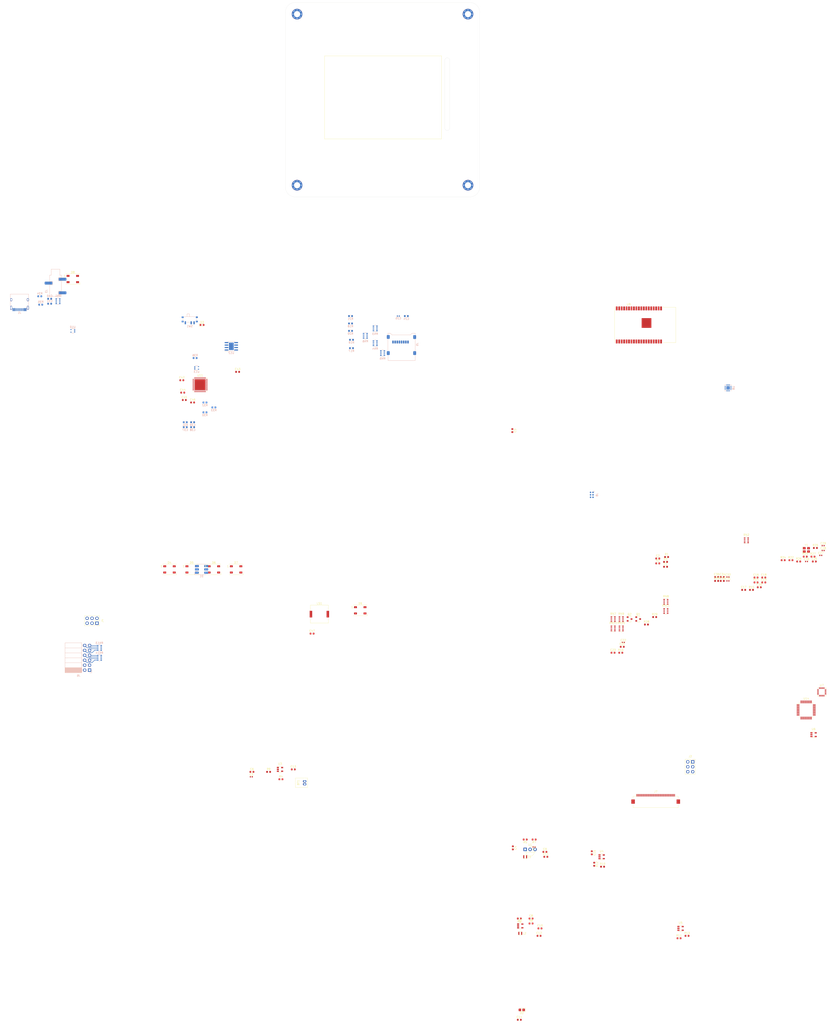
<source format=kicad_pcb>
(kicad_pcb (version 20171130) (host pcbnew 5.1.6)
  (title_block (title "MCH2021 badge - PCB") (date 2020-08-11) (rev 1) (company BADGE.TEAM))
  (layers (0 F.Cu signal) (1 In1.Cu mixed) (2 In2.Cu mixed) (31 B.Cu signal) (34 B.Paste user) (35 F.Paste user) (36 B.SilkS user) (37 F.SilkS user) (38 B.Mask user) (39 F.Mask user) (44 Edge.Cuts user))
  (net 0 "")
  (net 1 GND)
  (net 2 "Net-(Q1-Pad1)")
  (net 3 +3V3)
  (net 4 "Net-(C1-Pad1)")
  (net 5 "Net-(C2-Pad2)")
  (net 6 VUSB)
  (net 7 VIN)
  (net 8 +1V2)
  (net 9 PWR_SDCARD)
  (net 10 "Net-(C18-Pad2)")
  (net 11 PWR_LED)
  (net 12 /FPGA/AUDO_L)
  (net 13 /FPGA/AUDO_R)
  (net 14 /FPGA/RGB1)
  (net 15 /FPGA/RGB0)
  (net 16 /FPGA/RGB2)
  (net 17 /CC1)
  (net 18 /STM32/USB_D-)
  (net 19 /STM32/USB_D+)
  (net 20 /CC2)
  (net 21 "Net-(J2-Pad6)")
  (net 22 /ACCELEROMETER/AUX_SDA)
  (net 23 /ACCELEROMETER/AUX_SCL)
  (net 24 /STM32/SAO_IO1)
  (net 25 /STM32/SAO_IO0)
  (net 26 /ACCELEROMETER/I2C_SDA)
  (net 27 /ACCELEROMETER/I2C_SCL)
  (net 28 /FPGA/PMOD_5)
  (net 29 /FPGA/PMOD_6)
  (net 30 /FPGA/PMOD_7)
  (net 31 /FPGA/PMOD_8)
  (net 32 /FPGA/PMOD_4)
  (net 33 /FPGA/PMOD_3)
  (net 34 /FPGA/PMOD_2)
  (net 35 /FPGA/PMOD_1)
  (net 36 SD_D0)
  (net 37 SD_CMD)
  (net 38 SD_D2)
  (net 39 "Net-(J7-Pad1)")
  (net 40 /LCD/FMARK)
  (net 41 /ESP32/SPI_MOSI)
  (net 42 /STM32/LCD_RESET)
  (net 43 /FPGA/LCD_D0)
  (net 44 /FPGA/LCD_D1)
  (net 45 /FPGA/LCD_D2)
  (net 46 /FPGA/LCD_D3)
  (net 47 /FPGA/LCD_D4)
  (net 48 /FPGA/LCD_D5)
  (net 49 /FPGA/LCD_D6)
  (net 50 /FPGA/LCD_D7)
  (net 51 "Net-(J8-Pad1)")
  (net 52 "Net-(Q1-Pad3)")
  (net 53 /POWER/CHARGING)
  (net 54 /ESP32/PWR_SDCARD_ENABLE)
  (net 55 /POWER/PWR_LED_ENABLE)
  (net 56 /STM32/STM32_BOOT0)
  (net 57 /ESP32/ESP32_BL)
  (net 58 /ESP32/ESP32_EN)
  (net 59 /STM32/STM32_RESET)
  (net 60 /FPGA/LCD_RS)
  (net 61 /STM32/LCD_MODE)
  (net 62 /FPGA/SPI_CS)
  (net 63 /FPGA/FPGA_RESET)
  (net 64 /FPGA/FPGA_CDONE)
  (net 65 SPIRAM_CS)
  (net 66 /POWER/SENSE_VUSB)
  (net 67 /POWER/SENSE_VBAT)
  (net 68 /ACCELEROMETER/IRQ)
  (net 69 /FPGA/IRQ)
  (net 70 /FPGA/LCD_WR)
  (net 71 /LCD/BACKLIGHT)
  (net 72 "Net-(RN13-Pad5)")
  (net 73 "Net-(RN13-Pad6)")
  (net 74 "Net-(RN13-Pad8)")
  (net 75 "Net-(RN13-Pad7)")
  (net 76 "Net-(RN14-Pad4)")
  (net 77 "Net-(RN14-Pad2)")
  (net 78 "Net-(RN14-Pad3)")
  (net 79 "Net-(RN14-Pad1)")
  (net 80 /FPGA/LCD_ENABLE)
  (net 81 /FPGA/CLK)
  (net 82 /ESP32/SPI_MISO)
  (net 83 /ESP32/SPI_CLK)
  (net 84 /STM32/FPGA_TX)
  (net 85 /STM32/FPGA_RX)
  (net 86 SPIRAM_D3)
  (net 87 SPIRAM_D2)
  (net 88 SPIRAM_D1)
  (net 89 SPIRAM_D0)
  (net 90 SPIRAM_SCK)
  (net 91 "Net-(C1-Pad2)")
  (net 92 "Net-(C2-Pad1)")
  (net 93 /LED/DATA_OUT)
  (net 94 ESP32_AUDIO_R)
  (net 95 ESP32_AUDIO_L)
  (net 96 /ESP32/SD_CLK)
  (net 97 /ESP32/SD_D3)
  (net 98 /ESP32/SD_D1)
  (net 99 /ESP32/LCD_DC)
  (net 100 /LED/DATA_IN)
  (net 101 /ESP32/ESP32_TX)
  (net 102 /ESP32/ESP32_RX)
  (net 103 +2V5)
  (net 104 "Net-(D4-Pad2)")
  (net 105 "Net-(D5-Pad2)")
  (net 106 "Net-(D6-Pad2)")
  (net 107 "Net-(D7-Pad2)")
  (net 108 /POWER/FB33)
  (net 109 /POWER/FB12)
  (net 110 /POWER/SW33)
  (net 111 /POWER/SW12)
  (net 112 "Net-(C19-Pad2)")
  (net 113 "Net-(C22-Pad2)")
  (net 114 "Net-(C34-Pad1)")
  (net 115 "Net-(C43-Pad1)")
  (net 116 "Net-(C44-Pad1)")
  (net 117 "Net-(D2-Pad2)")
  (net 118 "Net-(D8-Pad2)")
  (net 119 /LCD/CS)
  (net 120 "Net-(J7-Pad31)")
  (net 121 "Net-(J7-Pad30)")
  (net 122 "Net-(J7-Pad7)")
  (net 123 "Net-(J7-Pad6)")
  (net 124 "Net-(J7-Pad5)")
  (net 125 "Net-(J7-Pad3)")
  (net 126 "Net-(J8-Pad2)")
  (net 127 SPK)
  (net 128 /ESP32/IR_TX)
  (net 129 "Net-(R5-Pad1)")
  (net 130 "Net-(R13-Pad2)")
  (net 131 "Net-(R14-Pad1)")
  (net 132 "Net-(R17-Pad1)")
  (net 133 "Net-(R29-Pad2)")
  (net 134 "Net-(R30-Pad2)")
  (net 135 /ESP32/SPI_CS_A)
  (net 136 /ESP32/SPI_CS_B)
  (net 137 /ESP32/IR_RX)
  (net 138 "Net-(U13-Pad2)")
  (module custom:ESP32-WROVER (layer F.Cu) (at 185.166 165.862 270)
    (fp_text reference U9 (at -10.61 8.43) (layer F.SilkS))
    (fp_text value ESP32-WROVER)
    (pad 38 smd rect (at 8.5 -8.255 270) (size 2 0.9) (layers F.Cu F.Paste F.Mask) (net 1 GND))
    (pad 37 smd rect (at 8.5 -6.985 270) (size 2 0.9) (layers F.Cu F.Paste F.Mask) (net 41 /ESP32/SPI_MOSI))
    (pad 36 smd rect (at 8.5 -5.715 270) (size 2 0.9) (layers F.Cu F.Paste F.Mask) (net 26 /ACCELEROMETER/I2C_SDA))
    (pad 35 smd rect (at 8.5 -4.445 270) (size 2 0.9) (layers F.Cu F.Paste F.Mask) (net 101 /ESP32/ESP32_TX))
    (pad 34 smd rect (at 8.5 -3.175 270) (size 2 0.9) (layers F.Cu F.Paste F.Mask) (net 102 /ESP32/ESP32_RX))
    (pad 33 smd rect (at 8.5 -1.905 270) (size 2 0.9) (layers F.Cu F.Paste F.Mask) (net 27 /ACCELEROMETER/I2C_SCL))
    (pad 32 smd rect (at 8.5 -0.635 270) (size 2 0.9) (layers F.Cu F.Paste F.Mask))
    (pad 31 smd rect (at 8.5 0.635 270) (size 2 0.9) (layers F.Cu F.Paste F.Mask) (net 128 /ESP32/IR_TX))
    (pad 30 smd rect (at 8.5 1.905 270) (size 2 0.9) (layers F.Cu F.Paste F.Mask) (net 83 /ESP32/SPI_CLK))
    (pad 29 smd rect (at 8.5 3.175 270) (size 2 0.9) (layers F.Cu F.Paste F.Mask) (net 99 /ESP32/LCD_DC))
    (pad 28 smd rect (at 8.5 4.445 270) (size 2 0.9) (layers F.Cu F.Paste F.Mask))
    (pad 27 smd rect (at 8.5 5.715 270) (size 2 0.9) (layers F.Cu F.Paste F.Mask))
    (pad 26 smd rect (at 8.5 6.985 270) (size 2 0.9) (layers F.Cu F.Paste F.Mask) (net 98 /ESP32/SD_D1))
    (pad 25 smd rect (at 8.5 8.255 270) (size 2 0.9) (layers F.Cu F.Paste F.Mask) (net 57 /ESP32/ESP32_BL))
    (pad 24 smd rect (at 8.5 9.5 90) (size 2 0.9) (layers F.Cu F.Paste F.Mask) (net 36 SD_D0))
    (pad 23 smd rect (at 8.5 10.77 90) (size 2 0.9) (layers F.Cu F.Paste F.Mask) (net 37 SD_CMD))
    (pad 22 smd rect (at 8.5 12.04 90) (size 2 0.9) (layers F.Cu F.Paste F.Mask))
    (pad 21 smd rect (at 8.5 13.31 90) (size 2 0.9) (layers F.Cu F.Paste F.Mask))
    (pad 20 smd rect (at 8.5 14.58 90) (size 2 0.9) (layers F.Cu F.Paste F.Mask))
    (pad 19 smd rect (at -8.5 14.58 90) (size 2 0.9) (layers F.Cu F.Paste F.Mask))
    (pad 18 smd rect (at -8.5 13.31 90) (size 2 0.9) (layers F.Cu F.Paste F.Mask))
    (pad 17 smd rect (at -8.5 12.04 90) (size 2 0.9) (layers F.Cu F.Paste F.Mask))
    (pad 16 smd rect (at -8.5 10.77 90) (size 2 0.9) (layers F.Cu F.Paste F.Mask) (net 97 /ESP32/SD_D3))
    (pad 15 smd rect (at -8.5 9.5 90) (size 2 0.9) (layers F.Cu F.Paste F.Mask) (net 1 GND))
    (pad 14 smd rect (at -8.5 8.255 270) (size 2 0.9) (layers F.Cu F.Paste F.Mask) (net 38 SD_D2))
    (pad 13 smd rect (at -8.5 6.985 270) (size 2 0.9) (layers F.Cu F.Paste F.Mask) (net 96 /ESP32/SD_CLK))
    (pad 12 smd rect (at -8.5 5.715 270) (size 2 0.9) (layers F.Cu F.Paste F.Mask) (net 135 /ESP32/SPI_CS_A))
    (pad 11 smd rect (at -8.5 4.445 270) (size 2 0.9) (layers F.Cu F.Paste F.Mask) (net 94 ESP32_AUDIO_R))
    (pad 10 smd rect (at -8.5 3.175 270) (size 2 0.9) (layers F.Cu F.Paste F.Mask) (net 95 ESP32_AUDIO_L))
    (pad 9 smd rect (at -8.5 1.905 270) (size 2 0.9) (layers F.Cu F.Paste F.Mask) (net 54 /ESP32/PWR_SDCARD_ENABLE))
    (pad 8 smd rect (at -8.5 0.635 270) (size 2 0.9) (layers F.Cu F.Paste F.Mask) (net 136 /ESP32/SPI_CS_B))
    (pad 7 smd rect (at -8.5 -0.635 270) (size 2 0.9) (layers F.Cu F.Paste F.Mask) (net 82 /ESP32/SPI_MISO))
    (pad 6 smd rect (at -8.5 -1.905 270) (size 2 0.9) (layers F.Cu F.Paste F.Mask) (net 137 /ESP32/IR_RX))
    (pad 5 smd rect (at -8.5 -3.175 270) (size 2 0.9) (layers F.Cu F.Paste F.Mask) (net 69 /FPGA/IRQ))
    (pad 4 smd rect (at -8.5 -4.445 270) (size 2 0.9) (layers F.Cu F.Paste F.Mask) (net 68 /ACCELEROMETER/IRQ))
    (pad 3 smd rect (at -8.5 -5.715 270) (size 2 0.9) (layers F.Cu F.Paste F.Mask) (net 58 /ESP32/ESP32_EN))
    (pad 2 smd rect (at -8.5 -6.985 270) (size 2 0.9) (layers F.Cu F.Paste F.Mask) (net 3 +3V3))
    (pad 1 smd rect (at -8.5 -8.255 270) (size 2 0.9) (layers F.Cu F.Paste F.Mask) (net 1 GND))
    (pad 39 smd rect (at -1 -0.755 270) (size 5 5) (layers F.Cu F.Paste F.Mask))
  )
  (module Package_QFP:LQFP-48_7x7mm_P0.5mm (layer F.Cu) (at 268.124 363.9)
    (fp_text reference U14 (at 0 -5.85) (layer F.SilkS))
    (fp_text value STM32F103C8Tx)
    (pad 48 smd roundrect (at -2.75 -4.1625) (size 0.3 1.475) (layers F.Cu F.Paste F.Mask) (net 3 +3V3))
    (pad 47 smd roundrect (at -2.25 -4.1625) (size 0.3 1.475) (layers F.Cu F.Paste F.Mask) (net 1 GND))
    (pad 46 smd roundrect (at -1.75 -4.1625) (size 0.3 1.475) (layers F.Cu F.Paste F.Mask) (net 24 /STM32/SAO_IO1))
    (pad 45 smd roundrect (at -1.25 -4.1625) (size 0.3 1.475) (layers F.Cu F.Paste F.Mask) (net 25 /STM32/SAO_IO0))
    (pad 44 smd roundrect (at -0.75 -4.1625) (size 0.3 1.475) (layers F.Cu F.Paste F.Mask) (net 56 /STM32/STM32_BOOT0))
    (pad 43 smd roundrect (at -0.25 -4.1625) (size 0.3 1.475) (layers F.Cu F.Paste F.Mask) (net 26 /ACCELEROMETER/I2C_SDA))
    (pad 42 smd roundrect (at 0.25 -4.1625) (size 0.3 1.475) (layers F.Cu F.Paste F.Mask) (net 27 /ACCELEROMETER/I2C_SCL))
    (pad 41 smd roundrect (at 0.75 -4.1625) (size 0.3 1.475) (layers F.Cu F.Paste F.Mask) (net 61 /STM32/LCD_MODE))
    (pad 40 smd roundrect (at 1.25 -4.1625) (size 0.3 1.475) (layers F.Cu F.Paste F.Mask) (net 42 /STM32/LCD_RESET))
    (pad 39 smd roundrect (at 1.75 -4.1625) (size 0.3 1.475) (layers F.Cu F.Paste F.Mask) (net 136 /ESP32/SPI_CS_B))
    (pad 38 smd roundrect (at 2.25 -4.1625) (size 0.3 1.475) (layers F.Cu F.Paste F.Mask) (net 127 SPK))
    (pad 37 smd roundrect (at 2.75 -4.1625) (size 0.3 1.475) (layers F.Cu F.Paste F.Mask) (net 126 "Net-(J8-Pad2)"))
    (pad 36 smd roundrect (at 4.1625 -2.75) (size 1.475 0.3) (layers F.Cu F.Paste F.Mask) (net 3 +3V3))
    (pad 35 smd roundrect (at 4.1625 -2.25) (size 1.475 0.3) (layers F.Cu F.Paste F.Mask) (net 1 GND))
    (pad 34 smd roundrect (at 4.1625 -1.75) (size 1.475 0.3) (layers F.Cu F.Paste F.Mask) (net 51 "Net-(J8-Pad1)"))
    (pad 33 smd roundrect (at 4.1625 -1.25) (size 1.475 0.3) (layers F.Cu F.Paste F.Mask) (net 19 /STM32/USB_D+))
    (pad 32 smd roundrect (at 4.1625 -0.75) (size 1.475 0.3) (layers F.Cu F.Paste F.Mask) (net 18 /STM32/USB_D-))
    (pad 31 smd roundrect (at 4.1625 -0.25) (size 1.475 0.3) (layers F.Cu F.Paste F.Mask) (net 101 /ESP32/ESP32_TX))
    (pad 30 smd roundrect (at 4.1625 0.25) (size 1.475 0.3) (layers F.Cu F.Paste F.Mask) (net 102 /ESP32/ESP32_RX))
    (pad 29 smd roundrect (at 4.1625 0.75) (size 1.475 0.3) (layers F.Cu F.Paste F.Mask) (net 81 /FPGA/CLK))
    (pad 28 smd roundrect (at 4.1625 1.25) (size 1.475 0.3) (layers F.Cu F.Paste F.Mask) (net 138 "Net-(U13-Pad2)"))
    (pad 27 smd roundrect (at 4.1625 1.75) (size 1.475 0.3) (layers F.Cu F.Paste F.Mask) (net 55 /POWER/PWR_LED_ENABLE))
    (pad 26 smd roundrect (at 4.1625 2.25) (size 1.475 0.3) (layers F.Cu F.Paste F.Mask) (net 80 /FPGA/LCD_ENABLE))
    (pad 25 smd roundrect (at 4.1625 2.75) (size 1.475 0.3) (layers F.Cu F.Paste F.Mask) (net 64 /FPGA/FPGA_CDONE))
    (pad 24 smd roundrect (at 2.75 4.1625) (size 0.3 1.475) (layers F.Cu F.Paste F.Mask) (net 3 +3V3))
    (pad 23 smd roundrect (at 2.25 4.1625) (size 0.3 1.475) (layers F.Cu F.Paste F.Mask) (net 1 GND))
    (pad 22 smd roundrect (at 1.75 4.1625) (size 0.3 1.475) (layers F.Cu F.Paste F.Mask) (net 138 "Net-(U13-Pad2)"))
    (pad 21 smd roundrect (at 1.25 4.1625) (size 0.3 1.475) (layers F.Cu F.Paste F.Mask) (net 63 /FPGA/FPGA_RESET))
    (pad 20 smd roundrect (at 0.75 4.1625) (size 0.3 1.475) (layers F.Cu F.Paste F.Mask) (net 135 /ESP32/SPI_CS_A))
    (pad 19 smd roundrect (at 0.25 4.1625) (size 0.3 1.475) (layers F.Cu F.Paste F.Mask) (net 71 /LCD/BACKLIGHT))
    (pad 18 smd roundrect (at -0.25 4.1625) (size 0.3 1.475) (layers F.Cu F.Paste F.Mask) (net 53 /POWER/CHARGING))
    (pad 17 smd roundrect (at -0.75 4.1625) (size 0.3 1.475) (layers F.Cu F.Paste F.Mask) (net 41 /ESP32/SPI_MOSI))
    (pad 16 smd roundrect (at -1.25 4.1625) (size 0.3 1.475) (layers F.Cu F.Paste F.Mask) (net 82 /ESP32/SPI_MISO))
    (pad 15 smd roundrect (at -1.75 4.1625) (size 0.3 1.475) (layers F.Cu F.Paste F.Mask) (net 83 /ESP32/SPI_CLK))
    (pad 14 smd roundrect (at -2.25 4.1625) (size 0.3 1.475) (layers F.Cu F.Paste F.Mask))
    (pad 13 smd roundrect (at -2.75 4.1625) (size 0.3 1.475) (layers F.Cu F.Paste F.Mask) (net 84 /STM32/FPGA_TX))
    (pad 12 smd roundrect (at -4.1625 2.75) (size 1.475 0.3) (layers F.Cu F.Paste F.Mask) (net 85 /STM32/FPGA_RX))
    (pad 11 smd roundrect (at -4.1625 2.25) (size 1.475 0.3) (layers F.Cu F.Paste F.Mask) (net 66 /POWER/SENSE_VUSB))
    (pad 10 smd roundrect (at -4.1625 1.75) (size 1.475 0.3) (layers F.Cu F.Paste F.Mask) (net 67 /POWER/SENSE_VBAT))
    (pad 9 smd roundrect (at -4.1625 1.25) (size 1.475 0.3) (layers F.Cu F.Paste F.Mask) (net 3 +3V3))
    (pad 8 smd roundrect (at -4.1625 0.75) (size 1.475 0.3) (layers F.Cu F.Paste F.Mask) (net 1 GND))
    (pad 7 smd roundrect (at -4.1625 0.25) (size 1.475 0.3) (layers F.Cu F.Paste F.Mask) (net 59 /STM32/STM32_RESET))
    (pad 6 smd roundrect (at -4.1625 -0.25) (size 1.475 0.3) (layers F.Cu F.Paste F.Mask) (net 115 "Net-(C43-Pad1)"))
    (pad 5 smd roundrect (at -4.1625 -0.75) (size 1.475 0.3) (layers F.Cu F.Paste F.Mask) (net 116 "Net-(C44-Pad1)"))
    (pad 4 smd roundrect (at -4.1625 -1.25) (size 1.475 0.3) (layers F.Cu F.Paste F.Mask) (net 119 /LCD/CS))
    (pad 3 smd roundrect (at -4.1625 -1.75) (size 1.475 0.3) (layers F.Cu F.Paste F.Mask) (net 57 /ESP32/ESP32_BL))
    (pad 2 smd roundrect (at -4.1625 -2.25) (size 1.475 0.3) (layers F.Cu F.Paste F.Mask) (net 58 /ESP32/ESP32_EN))
    (pad 1 smd roundrect (at -4.1625 -2.75) (size 1.475 0.3) (layers F.Cu F.Paste F.Mask) (net 3 +3V3))
  )
  (module Package_TO_SOT_SMD:SOT-353_SC-70-5 (layer B.Cu) (at -45.72 187.96)
    (fp_text reference U13 (at 0 2) (layer B.SilkS) (effects (justify mirror)))
    (fp_text value 74LVC1G125)
    (pad 5 smd rect (at 0.95 0.65) (size 0.65 0.4) (layers B.Cu B.Paste B.Mask) (net 3 +3V3))
    (pad 4 smd rect (at 0.95 -0.65) (size 0.65 0.4) (layers B.Cu B.Paste B.Mask) (net 100 /LED/DATA_IN))
    (pad 2 smd rect (at -0.95 0) (size 0.65 0.4) (layers B.Cu B.Paste B.Mask) (net 138 "Net-(U13-Pad2)"))
    (pad 3 smd rect (at -0.95 -0.65) (size 0.65 0.4) (layers B.Cu B.Paste B.Mask) (net 1 GND))
    (pad 1 smd rect (at -0.95 0.65) (size 0.65 0.4) (layers B.Cu B.Paste B.Mask) (net 55 /POWER/PWR_LED_ENABLE))
  )
  (module Package_SO:SOIC-8-1EP_3.9x4.9mm_P1.27mm_EP2.41x3.81mm (layer B.Cu) (at -27.848 176.85)
    (fp_text reference U12 (at 0 3.4) (layer B.SilkS) (effects (justify mirror)))
    (fp_text value LY68L6400)
    (pad 1 smd roundrect (at -2.475 1.905) (size 1.95 0.6) (layers B.Cu B.Paste B.Mask) (net 65 SPIRAM_CS))
    (pad 2 smd roundrect (at -2.475 0.635) (size 1.95 0.6) (layers B.Cu B.Paste B.Mask) (net 88 SPIRAM_D1))
    (pad 3 smd roundrect (at -2.475 -0.635) (size 1.95 0.6) (layers B.Cu B.Paste B.Mask) (net 87 SPIRAM_D2))
    (pad 4 smd roundrect (at -2.475 -1.905) (size 1.95 0.6) (layers B.Cu B.Paste B.Mask) (net 1 GND))
    (pad 5 smd roundrect (at 2.475 -1.905) (size 1.95 0.6) (layers B.Cu B.Paste B.Mask) (net 89 SPIRAM_D0))
    (pad 6 smd roundrect (at 2.475 -0.635) (size 1.95 0.6) (layers B.Cu B.Paste B.Mask) (net 90 SPIRAM_SCK))
    (pad 7 smd roundrect (at 2.475 0.635) (size 1.95 0.6) (layers B.Cu B.Paste B.Mask) (net 86 SPIRAM_D3))
    (pad 8 smd roundrect (at 2.475 1.905) (size 1.95 0.6) (layers B.Cu B.Paste B.Mask) (net 3 +3V3))
    (pad 9 smd rect (at 0 0) (size 2.41 3.81) (layers B.Cu B.Mask))
  )
  (module Package_DFN_QFN:QFN-48-1EP_7x7mm_P0.5mm_EP5.6x5.6mm (layer F.Cu) (at -43.942 196.596)
    (fp_text reference U11 (at 0 -4.82) (layer F.SilkS))
    (fp_text value ICE40UP5K-SG48ITR)
    (pad 49 smd rect (at 0 0) (size 5.6 5.6) (layers F.Cu F.Mask) (net 1 GND))
    (pad 48 smd roundrect (at -2.75 -3.4375) (size 0.25 0.875) (layers F.Cu F.Paste F.Mask) (net 72 "Net-(RN13-Pad5)"))
    (pad 47 smd roundrect (at -2.25 -3.4375) (size 0.25 0.875) (layers F.Cu F.Paste F.Mask) (net 75 "Net-(RN13-Pad7)"))
    (pad 46 smd roundrect (at -1.75 -3.4375) (size 0.25 0.875) (layers F.Cu F.Paste F.Mask) (net 74 "Net-(RN13-Pad8)"))
    (pad 45 smd roundrect (at -1.25 -3.4375) (size 0.25 0.875) (layers F.Cu F.Paste F.Mask) (net 76 "Net-(RN14-Pad4)"))
    (pad 44 smd roundrect (at -0.75 -3.4375) (size 0.25 0.875) (layers F.Cu F.Paste F.Mask) (net 73 "Net-(RN13-Pad6)"))
    (pad 43 smd roundrect (at -0.25 -3.4375) (size 0.25 0.875) (layers F.Cu F.Paste F.Mask) (net 69 /FPGA/IRQ))
    (pad 42 smd roundrect (at 0.25 -3.4375) (size 0.25 0.875) (layers F.Cu F.Paste F.Mask) (net 70 /FPGA/LCD_WR))
    (pad 41 smd roundrect (at 0.75 -3.4375) (size 0.25 0.875) (layers F.Cu F.Paste F.Mask) (net 16 /FPGA/RGB2))
    (pad 40 smd roundrect (at 1.25 -3.4375) (size 0.25 0.875) (layers F.Cu F.Paste F.Mask) (net 14 /FPGA/RGB1))
    (pad 39 smd roundrect (at 1.75 -3.4375) (size 0.25 0.875) (layers F.Cu F.Paste F.Mask) (net 15 /FPGA/RGB0))
    (pad 38 smd roundrect (at 2.25 -3.4375) (size 0.25 0.875) (layers F.Cu F.Paste F.Mask) (net 60 /FPGA/LCD_RS))
    (pad 37 smd roundrect (at 2.75 -3.4375) (size 0.25 0.875) (layers F.Cu F.Paste F.Mask) (net 40 /LCD/FMARK))
    (pad 36 smd roundrect (at 3.4375 -2.75) (size 0.875 0.25) (layers F.Cu F.Paste F.Mask) (net 80 /FPGA/LCD_ENABLE))
    (pad 35 smd roundrect (at 3.4375 -2.25) (size 0.875 0.25) (layers F.Cu F.Paste F.Mask) (net 81 /FPGA/CLK))
    (pad 34 smd roundrect (at 3.4375 -1.75) (size 0.875 0.25) (layers F.Cu F.Paste F.Mask) (net 50 /FPGA/LCD_D7))
    (pad 33 smd roundrect (at 3.4375 -1.25) (size 0.875 0.25) (layers F.Cu F.Paste F.Mask) (net 3 +3V3))
    (pad 32 smd roundrect (at 3.4375 -0.75) (size 0.875 0.25) (layers F.Cu F.Paste F.Mask) (net 49 /FPGA/LCD_D6))
    (pad 31 smd roundrect (at 3.4375 -0.25) (size 0.875 0.25) (layers F.Cu F.Paste F.Mask) (net 48 /FPGA/LCD_D5))
    (pad 30 smd roundrect (at 3.4375 0.25) (size 0.875 0.25) (layers F.Cu F.Paste F.Mask) (net 8 +1V2))
    (pad 29 smd roundrect (at 3.4375 0.75) (size 0.875 0.25) (layers F.Cu F.Paste F.Mask) (net 114 "Net-(C34-Pad1)"))
    (pad 28 smd roundrect (at 3.4375 1.25) (size 0.875 0.25) (layers F.Cu F.Paste F.Mask) (net 47 /FPGA/LCD_D4))
    (pad 27 smd roundrect (at 3.4375 1.75) (size 0.875 0.25) (layers F.Cu F.Paste F.Mask) (net 45 /FPGA/LCD_D2))
    (pad 26 smd roundrect (at 3.4375 2.25) (size 0.875 0.25) (layers F.Cu F.Paste F.Mask) (net 46 /FPGA/LCD_D3))
    (pad 25 smd roundrect (at 3.4375 2.75) (size 0.875 0.25) (layers F.Cu F.Paste F.Mask) (net 43 /FPGA/LCD_D0))
    (pad 24 smd roundrect (at 2.75 3.4375) (size 0.25 0.875) (layers F.Cu F.Paste F.Mask) (net 103 +2V5))
    (pad 23 smd roundrect (at 2.25 3.4375) (size 0.25 0.875) (layers F.Cu F.Paste F.Mask) (net 44 /FPGA/LCD_D1))
    (pad 22 smd roundrect (at 1.75 3.4375) (size 0.25 0.875) (layers F.Cu F.Paste F.Mask) (net 3 +3V3))
    (pad 21 smd roundrect (at 1.25 3.4375) (size 0.25 0.875) (layers F.Cu F.Paste F.Mask) (net 86 SPIRAM_D3))
    (pad 20 smd roundrect (at 0.75 3.4375) (size 0.25 0.875) (layers F.Cu F.Paste F.Mask) (net 87 SPIRAM_D2))
    (pad 19 smd roundrect (at 0.25 3.4375) (size 0.25 0.875) (layers F.Cu F.Paste F.Mask) (net 88 SPIRAM_D1))
    (pad 18 smd roundrect (at -0.25 3.4375) (size 0.25 0.875) (layers F.Cu F.Paste F.Mask) (net 89 SPIRAM_D0))
    (pad 17 smd roundrect (at -0.75 3.4375) (size 0.25 0.875) (layers F.Cu F.Paste F.Mask) (net 41 /ESP32/SPI_MOSI))
    (pad 16 smd roundrect (at -1.25 3.4375) (size 0.25 0.875) (layers F.Cu F.Paste F.Mask) (net 62 /FPGA/SPI_CS))
    (pad 15 smd roundrect (at -1.75 3.4375) (size 0.25 0.875) (layers F.Cu F.Paste F.Mask) (net 83 /ESP32/SPI_CLK))
    (pad 14 smd roundrect (at -2.25 3.4375) (size 0.25 0.875) (layers F.Cu F.Paste F.Mask) (net 82 /ESP32/SPI_MISO))
    (pad 13 smd roundrect (at -2.75 3.4375) (size 0.25 0.875) (layers F.Cu F.Paste F.Mask) (net 90 SPIRAM_SCK))
    (pad 12 smd roundrect (at -3.4375 2.75) (size 0.875 0.25) (layers F.Cu F.Paste F.Mask) (net 65 SPIRAM_CS))
    (pad 11 smd roundrect (at -3.4375 2.25) (size 0.875 0.25) (layers F.Cu F.Paste F.Mask) (net 134 "Net-(R30-Pad2)"))
    (pad 10 smd roundrect (at -3.4375 1.75) (size 0.875 0.25) (layers F.Cu F.Paste F.Mask) (net 133 "Net-(R29-Pad2)"))
    (pad 9 smd roundrect (at -3.4375 1.25) (size 0.875 0.25) (layers F.Cu F.Paste F.Mask) (net 84 /STM32/FPGA_TX))
    (pad 8 smd roundrect (at -3.4375 0.75) (size 0.875 0.25) (layers F.Cu F.Paste F.Mask) (net 63 /FPGA/FPGA_RESET))
    (pad 7 smd roundrect (at -3.4375 0.25) (size 0.875 0.25) (layers F.Cu F.Paste F.Mask) (net 64 /FPGA/FPGA_CDONE))
    (pad 6 smd roundrect (at -3.4375 -0.25) (size 0.875 0.25) (layers F.Cu F.Paste F.Mask) (net 85 /STM32/FPGA_RX))
    (pad 5 smd roundrect (at -3.4375 -0.75) (size 0.875 0.25) (layers F.Cu F.Paste F.Mask) (net 8 +1V2))
    (pad 4 smd roundrect (at -3.4375 -1.25) (size 0.875 0.25) (layers F.Cu F.Paste F.Mask) (net 77 "Net-(RN14-Pad2)"))
    (pad 3 smd roundrect (at -3.4375 -1.75) (size 0.875 0.25) (layers F.Cu F.Paste F.Mask) (net 79 "Net-(RN14-Pad1)"))
    (pad 2 smd roundrect (at -3.4375 -2.25) (size 0.875 0.25) (layers F.Cu F.Paste F.Mask) (net 78 "Net-(RN14-Pad3)"))
    (pad 1 smd roundrect (at -3.4375 -2.75) (size 0.875 0.25) (layers F.Cu F.Paste F.Mask) (net 3 +3V3))
  )
  (module Package_TO_SOT_SMD:SOT-353_SC-70-5 (layer B.Cu) (at -109.474 168.91 180)
    (fp_text reference U10 (at 0 2) (layer B.SilkS) (effects (justify mirror)))
    (fp_text value 74LVC1G125)
    (pad 5 smd rect (at 0.95 0.65 180) (size 0.65 0.4) (layers B.Cu B.Paste B.Mask) (net 3 +3V3))
    (pad 4 smd rect (at 0.95 -0.65 180) (size 0.65 0.4) (layers B.Cu B.Paste B.Mask) (net 120 "Net-(J7-Pad31)"))
    (pad 2 smd rect (at -0.95 0 180) (size 0.65 0.4) (layers B.Cu B.Paste B.Mask) (net 83 /ESP32/SPI_CLK))
    (pad 3 smd rect (at -0.95 -0.65 180) (size 0.65 0.4) (layers B.Cu B.Paste B.Mask) (net 1 GND))
    (pad 1 smd rect (at -0.95 0.65 180) (size 0.65 0.4) (layers B.Cu B.Paste B.Mask) (net 39 "Net-(J7-Pad1)"))
  )
  (module Package_DFN_QFN:QFN-20-1EP_3x3mm_P0.4mm_EP1.65x1.65mm (layer B.Cu) (at 227.936 198.218 90)
    (fp_text reference U8 (at 0 2.82 90) (layer B.SilkS) (effects (justify mirror)))
    (fp_text value MPR121Q)
    (pad 21 smd rect (at 0 0 90) (size 1.65 1.65) (layers B.Cu B.Mask))
    (pad 20 smd roundrect (at -0.8 1.45 90) (size 0.2 0.85) (layers B.Cu B.Paste B.Mask) (net 3 +3V3))
    (pad 19 smd roundrect (at -0.4 1.45 90) (size 0.2 0.85) (layers B.Cu B.Paste B.Mask) (net 56 /STM32/STM32_BOOT0))
    (pad 18 smd roundrect (at 0 1.45 90) (size 0.2 0.85) (layers B.Cu B.Paste B.Mask) (net 59 /STM32/STM32_RESET))
    (pad 17 smd roundrect (at 0.4 1.45 90) (size 0.2 0.85) (layers B.Cu B.Paste B.Mask))
    (pad 16 smd roundrect (at 0.8 1.45 90) (size 0.2 0.85) (layers B.Cu B.Paste B.Mask))
    (pad 15 smd roundrect (at 1.45 0.8 90) (size 0.85 0.2) (layers B.Cu B.Paste B.Mask))
    (pad 14 smd roundrect (at 1.45 0.4 90) (size 0.85 0.2) (layers B.Cu B.Paste B.Mask))
    (pad 13 smd roundrect (at 1.45 0 90) (size 0.85 0.2) (layers B.Cu B.Paste B.Mask))
    (pad 12 smd roundrect (at 1.45 -0.4 90) (size 0.85 0.2) (layers B.Cu B.Paste B.Mask))
    (pad 11 smd roundrect (at 1.45 -0.8 90) (size 0.85 0.2) (layers B.Cu B.Paste B.Mask))
    (pad 10 smd roundrect (at 0.8 -1.45 90) (size 0.2 0.85) (layers B.Cu B.Paste B.Mask))
    (pad 9 smd roundrect (at 0.4 -1.45 90) (size 0.2 0.85) (layers B.Cu B.Paste B.Mask))
    (pad 8 smd roundrect (at 0 -1.45 90) (size 0.2 0.85) (layers B.Cu B.Paste B.Mask))
    (pad 7 smd roundrect (at -0.4 -1.45 90) (size 0.2 0.85) (layers B.Cu B.Paste B.Mask) (net 132 "Net-(R17-Pad1)"))
    (pad 6 smd roundrect (at -0.8 -1.45 90) (size 0.2 0.85) (layers B.Cu B.Paste B.Mask) (net 1 GND))
    (pad 5 smd roundrect (at -1.45 -0.8 90) (size 0.85 0.2) (layers B.Cu B.Paste B.Mask) (net 113 "Net-(C22-Pad2)"))
    (pad 4 smd roundrect (at -1.45 -0.4 90) (size 0.85 0.2) (layers B.Cu B.Paste B.Mask) (net 1 GND))
    (pad 3 smd roundrect (at -1.45 0 90) (size 0.85 0.2) (layers B.Cu B.Paste B.Mask) (net 26 /ACCELEROMETER/I2C_SDA))
    (pad 2 smd roundrect (at -1.45 0.4 90) (size 0.85 0.2) (layers B.Cu B.Paste B.Mask) (net 27 /ACCELEROMETER/I2C_SCL))
    (pad 1 smd roundrect (at -1.45 0.8 90) (size 0.85 0.2) (layers B.Cu B.Paste B.Mask) (net 68 /ACCELEROMETER/IRQ))
  )
  (module Sensor_Motion:InvenSense_QFN-24_4x4mm_P0.5mm (layer F.Cu) (at 276.154 354.6)
    (fp_text reference U7 (at 0 -3.375) (layer F.SilkS))
    (fp_text value MPU-6050)
    (pad 24 smd roundrect (at -1.25 -1.95 90) (size 0.85 0.3) (layers F.Cu F.Paste F.Mask) (net 26 /ACCELEROMETER/I2C_SDA))
    (pad 23 smd roundrect (at -0.75 -1.95 90) (size 0.85 0.3) (layers F.Cu F.Paste F.Mask) (net 27 /ACCELEROMETER/I2C_SCL))
    (pad 22 smd roundrect (at -0.25 -1.95 90) (size 0.85 0.3) (layers F.Cu F.Paste F.Mask))
    (pad 21 smd roundrect (at 0.25 -1.95 90) (size 0.85 0.3) (layers F.Cu F.Paste F.Mask))
    (pad 20 smd roundrect (at 0.75 -1.95 90) (size 0.85 0.3) (layers F.Cu F.Paste F.Mask) (net 112 "Net-(C19-Pad2)"))
    (pad 19 smd roundrect (at 1.25 -1.95 90) (size 0.85 0.3) (layers F.Cu F.Paste F.Mask))
    (pad 18 smd roundrect (at 1.95 -1.25) (size 0.85 0.3) (layers F.Cu F.Paste F.Mask) (net 1 GND))
    (pad 17 smd roundrect (at 1.95 -0.75) (size 0.85 0.3) (layers F.Cu F.Paste F.Mask))
    (pad 16 smd roundrect (at 1.95 -0.25) (size 0.85 0.3) (layers F.Cu F.Paste F.Mask))
    (pad 15 smd roundrect (at 1.95 0.25) (size 0.85 0.3) (layers F.Cu F.Paste F.Mask))
    (pad 14 smd roundrect (at 1.95 0.75) (size 0.85 0.3) (layers F.Cu F.Paste F.Mask))
    (pad 13 smd roundrect (at 1.95 1.25) (size 0.85 0.3) (layers F.Cu F.Paste F.Mask) (net 3 +3V3))
    (pad 12 smd roundrect (at 1.25 1.95 90) (size 0.85 0.3) (layers F.Cu F.Paste F.Mask) (net 68 /ACCELEROMETER/IRQ))
    (pad 11 smd roundrect (at 0.75 1.95 90) (size 0.85 0.3) (layers F.Cu F.Paste F.Mask) (net 1 GND))
    (pad 10 smd roundrect (at 0.25 1.95 90) (size 0.85 0.3) (layers F.Cu F.Paste F.Mask) (net 10 "Net-(C18-Pad2)"))
    (pad 9 smd roundrect (at -0.25 1.95 90) (size 0.85 0.3) (layers F.Cu F.Paste F.Mask) (net 1 GND))
    (pad 8 smd roundrect (at -0.75 1.95 90) (size 0.85 0.3) (layers F.Cu F.Paste F.Mask) (net 3 +3V3))
    (pad 7 smd roundrect (at -1.25 1.95 90) (size 0.85 0.3) (layers F.Cu F.Paste F.Mask) (net 23 /ACCELEROMETER/AUX_SCL))
    (pad 6 smd roundrect (at -1.95 1.25) (size 0.85 0.3) (layers F.Cu F.Paste F.Mask) (net 22 /ACCELEROMETER/AUX_SDA))
    (pad 5 smd roundrect (at -1.95 0.75) (size 0.85 0.3) (layers F.Cu F.Paste F.Mask))
    (pad 4 smd roundrect (at -1.95 0.25) (size 0.85 0.3) (layers F.Cu F.Paste F.Mask))
    (pad 3 smd roundrect (at -1.95 -0.25) (size 0.85 0.3) (layers F.Cu F.Paste F.Mask))
    (pad 2 smd roundrect (at -1.95 -0.75) (size 0.85 0.3) (layers F.Cu F.Paste F.Mask))
    (pad 1 smd roundrect (at -1.95 -1.25) (size 0.85 0.3) (layers F.Cu F.Paste F.Mask) (net 1 GND))
  )
  (module Package_TO_SOT_SMD:SOT-23-5 (layer F.Cu) (at 271.934 376.6)
    (fp_text reference U6 (at 0 -2.9) (layer F.SilkS))
    (fp_text value SY6280AAC)
    (pad 5 smd rect (at 1.1 -0.95) (size 1.06 0.65) (layers F.Cu F.Paste F.Mask) (net 3 +3V3))
    (pad 4 smd rect (at 1.1 0.95) (size 1.06 0.65) (layers F.Cu F.Paste F.Mask) (net 55 /POWER/PWR_LED_ENABLE))
    (pad 3 smd rect (at -1.1 0.95) (size 1.06 0.65) (layers F.Cu F.Paste F.Mask) (net 131 "Net-(R14-Pad1)"))
    (pad 2 smd rect (at -1.1 0) (size 1.06 0.65) (layers F.Cu F.Paste F.Mask) (net 1 GND))
    (pad 1 smd rect (at -1.1 -0.95) (size 1.06 0.65) (layers F.Cu F.Paste F.Mask) (net 11 PWR_LED))
  )
  (module OptoDevice:Vishay_MINICAST-3Pin (layer F.Cu) (at 123.444 435.61)
    (fp_text reference U1 (at 2.5 -2.4 180) (layer F.SilkS))
    (fp_text value IR1261)
    (pad 3 thru_hole circle (at 5.08 0) (size 1.8 1.8) (drill 0.9) (layers *.Cu *.Mask) (net 3 +3V3))
    (pad 2 thru_hole circle (at 2.54 0) (size 1.8 1.8) (drill 0.9) (layers *.Cu *.Mask) (net 1 GND))
    (pad 1 thru_hole roundrect (at 0 0) (size 1.8 1.8) (drill 0.9) (layers *.Cu *.Mask) (roundrect_rratio 0.139) (net 137 /ESP32/IR_RX))
  )
  (module Buzzer_Beeper:Buzzer_Murata_PKMCS0909E4000-R1 (layer F.Cu) (at 17.486 314.602)
    (fp_text reference LS1 (at 0 -5.5) (layer F.SilkS))
    (fp_text value Speaker_Crystal)
    (pad 2 smd rect (at 4.35 0) (size 1.3 3.4) (layers F.Cu F.Paste F.Mask) (net 127 SPK))
    (pad 1 smd rect (at -4.35 0) (size 1.3 3.4) (layers F.Cu F.Paste F.Mask) (net 1 GND))
  )
  (module Connector:Tag-Connect_TC2030-IDC-NL_2x03_P1.27mm_Vertical (layer B.Cu) (at 157.734 253.238 270)
    (fp_text reference J8 (at 0 -2.7 90) (layer B.SilkS) (effects (justify mirror)))
    (fp_text value PROG)
    (pad 6 connect circle (at 1.27 0.635 270) (size 0.7874 0.7874) (layers B.Cu B.Mask) (net 3 +3V3))
    (pad 5 connect circle (at 1.27 -0.635 270) (size 0.7874 0.7874) (layers B.Cu B.Mask))
    (pad 4 connect circle (at 0 0.635 270) (size 0.7874 0.7874) (layers B.Cu B.Mask))
    (pad 3 connect circle (at 0 -0.635 270) (size 0.7874 0.7874) (layers B.Cu B.Mask) (net 1 GND))
    (pad 2 connect circle (at -1.27 0.635 270) (size 0.7874 0.7874) (layers B.Cu B.Mask) (net 126 "Net-(J8-Pad2)"))
    (pad 1 connect circle (at -1.27 -0.635 270) (size 0.7874 0.7874) (layers B.Cu B.Mask) (net 51 "Net-(J8-Pad1)"))
    (pad "" np_thru_hole circle (at -2.54 0 270) (size 0.9906 0.9906) (drill 0.9906) (layers *.Cu *.Mask))
    (pad "" np_thru_hole circle (at 2.54 -1.016 270) (size 0.9906 0.9906) (drill 0.9906) (layers *.Cu *.Mask))
    (pad "" np_thru_hole circle (at 2.54 1.016 270) (size 0.9906 0.9906) (drill 0.9906) (layers *.Cu *.Mask))
  )
  (module Connector_FFC-FPC:Hirose_FH12-40S-0.5SH_1x40-1MP_P0.50mm_Horizontal (layer F.Cu) (at 190.654 409.62)
    (fp_text reference J7 (at 0 -3.7) (layer F.SilkS))
    (fp_text value LCD)
    (pad 40 smd rect (at 9.75 -1.85) (size 0.3 1.3) (layers F.Cu F.Paste F.Mask))
    (pad 39 smd rect (at 9.25 -1.85) (size 0.3 1.3) (layers F.Cu F.Paste F.Mask))
    (pad 38 smd rect (at 8.75 -1.85) (size 0.3 1.3) (layers F.Cu F.Paste F.Mask))
    (pad 37 smd rect (at 8.25 -1.85) (size 0.3 1.3) (layers F.Cu F.Paste F.Mask))
    (pad 36 smd rect (at 7.75 -1.85) (size 0.3 1.3) (layers F.Cu F.Paste F.Mask) (net 1 GND))
    (pad 35 smd rect (at 7.25 -1.85) (size 0.3 1.3) (layers F.Cu F.Paste F.Mask) (net 3 +3V3))
    (pad 34 smd rect (at 6.75 -1.85) (size 0.3 1.3) (layers F.Cu F.Paste F.Mask) (net 3 +3V3))
    (pad 33 smd rect (at 6.25 -1.85) (size 0.3 1.3) (layers F.Cu F.Paste F.Mask) (net 40 /LCD/FMARK))
    (pad 32 smd rect (at 5.75 -1.85) (size 0.3 1.3) (layers F.Cu F.Paste F.Mask) (net 119 /LCD/CS))
    (pad 31 smd rect (at 5.25 -1.85) (size 0.3 1.3) (layers F.Cu F.Paste F.Mask) (net 120 "Net-(J7-Pad31)"))
    (pad 30 smd rect (at 4.75 -1.85) (size 0.3 1.3) (layers F.Cu F.Paste F.Mask) (net 121 "Net-(J7-Pad30)"))
    (pad 29 smd rect (at 4.25 -1.85) (size 0.3 1.3) (layers F.Cu F.Paste F.Mask) (net 3 +3V3))
    (pad 28 smd rect (at 3.75 -1.85) (size 0.3 1.3) (layers F.Cu F.Paste F.Mask) (net 41 /ESP32/SPI_MOSI))
    (pad 27 smd rect (at 3.25 -1.85) (size 0.3 1.3) (layers F.Cu F.Paste F.Mask))
    (pad 26 smd rect (at 2.75 -1.85) (size 0.3 1.3) (layers F.Cu F.Paste F.Mask) (net 42 /STM32/LCD_RESET))
    (pad 25 smd rect (at 2.25 -1.85) (size 0.3 1.3) (layers F.Cu F.Paste F.Mask) (net 1 GND))
    (pad 24 smd rect (at 1.75 -1.85) (size 0.3 1.3) (layers F.Cu F.Paste F.Mask) (net 1 GND))
    (pad 23 smd rect (at 1.25 -1.85) (size 0.3 1.3) (layers F.Cu F.Paste F.Mask) (net 1 GND))
    (pad 22 smd rect (at 0.75 -1.85) (size 0.3 1.3) (layers F.Cu F.Paste F.Mask) (net 1 GND))
    (pad 21 smd rect (at 0.25 -1.85) (size 0.3 1.3) (layers F.Cu F.Paste F.Mask) (net 1 GND))
    (pad 20 smd rect (at -0.25 -1.85) (size 0.3 1.3) (layers F.Cu F.Paste F.Mask) (net 1 GND))
    (pad 19 smd rect (at -0.75 -1.85) (size 0.3 1.3) (layers F.Cu F.Paste F.Mask) (net 1 GND))
    (pad 18 smd rect (at -1.25 -1.85) (size 0.3 1.3) (layers F.Cu F.Paste F.Mask) (net 1 GND))
    (pad 17 smd rect (at -1.75 -1.85) (size 0.3 1.3) (layers F.Cu F.Paste F.Mask) (net 1 GND))
    (pad 16 smd rect (at -2.25 -1.85) (size 0.3 1.3) (layers F.Cu F.Paste F.Mask) (net 43 /FPGA/LCD_D0))
    (pad 15 smd rect (at -2.75 -1.85) (size 0.3 1.3) (layers F.Cu F.Paste F.Mask) (net 44 /FPGA/LCD_D1))
    (pad 14 smd rect (at -3.25 -1.85) (size 0.3 1.3) (layers F.Cu F.Paste F.Mask) (net 45 /FPGA/LCD_D2))
    (pad 13 smd rect (at -3.75 -1.85) (size 0.3 1.3) (layers F.Cu F.Paste F.Mask) (net 46 /FPGA/LCD_D3))
    (pad 12 smd rect (at -4.25 -1.85) (size 0.3 1.3) (layers F.Cu F.Paste F.Mask) (net 47 /FPGA/LCD_D4))
    (pad 11 smd rect (at -4.75 -1.85) (size 0.3 1.3) (layers F.Cu F.Paste F.Mask) (net 48 /FPGA/LCD_D5))
    (pad 10 smd rect (at -5.25 -1.85) (size 0.3 1.3) (layers F.Cu F.Paste F.Mask) (net 49 /FPGA/LCD_D6))
    (pad 9 smd rect (at -5.75 -1.85) (size 0.3 1.3) (layers F.Cu F.Paste F.Mask) (net 50 /FPGA/LCD_D7))
    (pad 8 smd rect (at -6.25 -1.85) (size 0.3 1.3) (layers F.Cu F.Paste F.Mask) (net 3 +3V3))
    (pad 7 smd rect (at -6.75 -1.85) (size 0.3 1.3) (layers F.Cu F.Paste F.Mask) (net 122 "Net-(J7-Pad7)"))
    (pad 6 smd rect (at -7.25 -1.85) (size 0.3 1.3) (layers F.Cu F.Paste F.Mask) (net 123 "Net-(J7-Pad6)"))
    (pad 5 smd rect (at -7.75 -1.85) (size 0.3 1.3) (layers F.Cu F.Paste F.Mask) (net 124 "Net-(J7-Pad5)"))
    (pad 4 smd rect (at -8.25 -1.85) (size 0.3 1.3) (layers F.Cu F.Paste F.Mask) (net 1 GND))
    (pad 3 smd rect (at -8.75 -1.85) (size 0.3 1.3) (layers F.Cu F.Paste F.Mask) (net 125 "Net-(J7-Pad3)"))
    (pad 2 smd rect (at -9.25 -1.85) (size 0.3 1.3) (layers F.Cu F.Paste F.Mask) (net 39 "Net-(J7-Pad1)"))
    (pad 1 smd rect (at -9.75 -1.85) (size 0.3 1.3) (layers F.Cu F.Paste F.Mask) (net 39 "Net-(J7-Pad1)"))
    (pad MP smd rect (at -11.65 1.4) (size 1.8 2.2) (layers F.Cu F.Paste F.Mask))
    (pad MP smd rect (at 11.65 1.4) (size 1.8 2.2) (layers F.Cu F.Paste F.Mask))
  )
  (module Connector_PinSocket_2.54mm:PinSocket_2x06_P2.54mm_Horizontal (layer B.Cu) (at -100.838 343.408)
    (fp_text reference J6 (at -5.65 2.77) (layer B.SilkS) (effects (justify mirror)))
    (fp_text value PMOD)
    (pad 12 thru_hole oval (at -2.54 -12.7) (size 1.7 1.7) (drill 1) (layers *.Cu *.Mask) (net 35 /FPGA/PMOD_1))
    (pad 11 thru_hole oval (at 0 -12.7) (size 1.7 1.7) (drill 1) (layers *.Cu *.Mask) (net 28 /FPGA/PMOD_5))
    (pad 10 thru_hole oval (at -2.54 -10.16) (size 1.7 1.7) (drill 1) (layers *.Cu *.Mask) (net 34 /FPGA/PMOD_2))
    (pad 9 thru_hole oval (at 0 -10.16) (size 1.7 1.7) (drill 1) (layers *.Cu *.Mask) (net 29 /FPGA/PMOD_6))
    (pad 8 thru_hole oval (at -2.54 -7.62) (size 1.7 1.7) (drill 1) (layers *.Cu *.Mask) (net 33 /FPGA/PMOD_3))
    (pad 7 thru_hole oval (at 0 -7.62) (size 1.7 1.7) (drill 1) (layers *.Cu *.Mask) (net 30 /FPGA/PMOD_7))
    (pad 6 thru_hole oval (at -2.54 -5.08) (size 1.7 1.7) (drill 1) (layers *.Cu *.Mask) (net 32 /FPGA/PMOD_4))
    (pad 5 thru_hole oval (at 0 -5.08) (size 1.7 1.7) (drill 1) (layers *.Cu *.Mask) (net 31 /FPGA/PMOD_8))
    (pad 4 thru_hole oval (at -2.54 -2.54) (size 1.7 1.7) (drill 1) (layers *.Cu *.Mask) (net 1 GND))
    (pad 3 thru_hole oval (at 0 -2.54) (size 1.7 1.7) (drill 1) (layers *.Cu *.Mask) (net 1 GND))
    (pad 2 thru_hole oval (at -2.54 0) (size 1.7 1.7) (drill 1) (layers *.Cu *.Mask) (net 3 +3V3))
    (pad 1 thru_hole rect (at 0 0) (size 1.7 1.7) (drill 1) (layers *.Cu *.Mask) (net 3 +3V3))
  )
  (module custom:MicroSD-SOFNG-TF-002-H18 (layer B.Cu) (at 59.798 174.69)
    (fp_text reference J5 (at 8.1 1.15 270) (layer B.SilkS) (effects (justify mirror)))
    (fp_text value "Micro SD card")
    (pad 8 smd roundrect (at -4.4 -0.05) (size 0.8 1.5) (layers B.Cu B.Paste B.Mask) (net 98 /ESP32/SD_D1))
    (pad 7 smd roundrect (at -3.3 -0.05) (size 0.8 1.5) (layers B.Cu B.Paste B.Mask) (net 36 SD_D0))
    (pad 6 smd roundrect (at -2.2 -0.05) (size 0.8 1.5) (layers B.Cu B.Paste B.Mask) (net 1 GND))
    (pad 5 smd roundrect (at -1.1 -0.05) (size 0.8 1.5) (layers B.Cu B.Paste B.Mask) (net 96 /ESP32/SD_CLK))
    (pad 4 smd roundrect (at 0 -0.05) (size 0.8 1.5) (layers B.Cu B.Paste B.Mask) (net 9 PWR_SDCARD))
    (pad 3 smd roundrect (at 1.1 -0.05) (size 0.8 1.5) (layers B.Cu B.Paste B.Mask) (net 37 SD_CMD))
    (pad 2 smd roundrect (at 2.2 -0.05) (size 0.8 1.5) (layers B.Cu B.Paste B.Mask) (net 97 /ESP32/SD_D3))
    (pad 1 smd roundrect (at 3.3 -0.05) (size 0.8 1.5) (layers B.Cu B.Paste B.Mask) (net 38 SD_D2))
    (pad 9 smd roundrect (at 6.75 -2.6) (size 1.5 2) (layers B.Cu B.Paste B.Mask) (net 1 GND))
    (pad 9 smd roundrect (at -6.85 -2.65) (size 1.5 2) (layers B.Cu B.Paste B.Mask) (net 1 GND))
    (pad 9 smd roundrect (at 6.75 5.65) (size 1.5 2) (layers B.Cu B.Paste B.Mask) (net 1 GND))
    (pad 9 smd roundrect (at -6.85 5.65) (size 1.5 2) (layers B.Cu B.Paste B.Mask) (net 1 GND))
  )
  (module LED_SMD:LED_WS2812B_PLCC4_5.0x5.0mm_P3.2mm (layer F.Cu) (at 38.521 312.637)
    (fp_text reference D9 (at 0 -3.5) (layer F.SilkS))
    (fp_text value WS2812B)
    (fp_text user 1 (at -4.15 -1.6) (layer F.SilkS))
    (pad 1 smd rect (at -2.45 -1.6) (size 1.5 1) (layers F.Cu F.Paste F.Mask) (net 11 PWR_LED))
    (pad 2 smd rect (at -2.45 1.6) (size 1.5 1) (layers F.Cu F.Paste F.Mask) (net 93 /LED/DATA_OUT))
    (pad 4 smd rect (at 2.45 -1.6) (size 1.5 1) (layers F.Cu F.Paste F.Mask) (net 118 "Net-(D8-Pad2)"))
    (pad 3 smd rect (at 2.45 1.6) (size 1.5 1) (layers F.Cu F.Paste F.Mask) (net 1 GND))
  )
  (module Diode_SMD:D_0603_1608Metric (layer F.Cu) (at -42.926 165.862)
    (fp_text reference D3 (at 0 -1.43) (layer F.SilkS))
    (fp_text value CDBU0130R)
    (pad 1 smd roundrect (at -0.7875 0) (size 0.875 0.95) (layers F.Cu F.Paste F.Mask) (net 103 +2V5))
    (pad 2 smd roundrect (at 0.7875 0) (size 0.875 0.95) (layers F.Cu F.Paste F.Mask) (net 3 +3V3))
  )
  (module LED_SMD:LED_0805_2012Metric_Castellated (layer F.Cu) (at 121.6915 518.16 180)
    (fp_text reference D2 (at 0 -1.6) (layer F.SilkS))
    (fp_text value LED)
    (pad 2 smd roundrect (at 0.9625 0 180) (size 1.325 1.3) (layers F.Cu F.Paste F.Mask) (roundrect_rratio 0.192308) (net 117 "Net-(D2-Pad2)"))
    (pad 1 smd roundrect (at -0.9625 0 180) (size 1.325 1.3) (layers F.Cu F.Paste F.Mask) (roundrect_rratio 0.192308) (net 1 GND))
  )
  (module Capacitor_SMD:C_0603_1608Metric (layer F.Cu) (at 13.716 324.612)
    (fp_text reference C47 (at 0 -1.43) (layer F.SilkS))
    (fp_text value 100nF)
    (pad 2 smd roundrect (at 0.7875 0) (size 0.875 0.95) (layers F.Cu F.Paste F.Mask) (net 1 GND))
    (pad 1 smd roundrect (at -0.7875 0) (size 0.875 0.95) (layers F.Cu F.Paste F.Mask) (net 3 +3V3))
  )
  (module Capacitor_SMD:C_0603_1608Metric (layer F.Cu) (at 222.024 295.52)
    (fp_text reference C36 (at 0 -1.43) (layer F.SilkS))
    (fp_text value C_Small)
    (pad 2 smd roundrect (at 0.7875 0) (size 0.875 0.95) (layers F.Cu F.Paste F.Mask) (net 12 /FPGA/AUDO_L))
    (pad 1 smd roundrect (at -0.7875 0) (size 0.875 0.95) (layers F.Cu F.Paste F.Mask) (net 1 GND))
  )
  (module Capacitor_SMD:C_0603_1608Metric (layer F.Cu) (at 222.024 297.51)
    (fp_text reference C35 (at 0 -1.43) (layer F.SilkS))
    (fp_text value 100n)
    (pad 2 smd roundrect (at 0.7875 0) (size 0.875 0.95) (layers F.Cu F.Paste F.Mask) (net 1 GND))
    (pad 1 smd roundrect (at -0.7875 0) (size 0.875 0.95) (layers F.Cu F.Paste F.Mask) (net 114 "Net-(C34-Pad1)"))
  )
  (module Capacitor_SMD:C_0603_1608Metric (layer F.Cu) (at 224.934 295.52)
    (fp_text reference C34 (at 0 -1.43) (layer F.SilkS))
    (fp_text value 10u)
    (pad 2 smd roundrect (at 0.7875 0) (size 0.875 0.95) (layers F.Cu F.Paste F.Mask) (net 1 GND))
    (pad 1 smd roundrect (at -0.7875 0) (size 0.875 0.95) (layers F.Cu F.Paste F.Mask) (net 114 "Net-(C34-Pad1)"))
  )
  (module Capacitor_SMD:C_0603_1608Metric (layer F.Cu) (at 224.934 297.51)
    (fp_text reference C33 (at 0 -1.43) (layer F.SilkS))
    (fp_text value 100n)
    (pad 2 smd roundrect (at 0.7875 0) (size 0.875 0.95) (layers F.Cu F.Paste F.Mask) (net 1 GND))
    (pad 1 smd roundrect (at -0.7875 0) (size 0.875 0.95) (layers F.Cu F.Paste F.Mask) (net 8 +1V2))
  )
  (module Capacitor_SMD:C_0402_1005Metric (layer F.Cu) (at 268.304 287.53)
    (fp_text reference C30 (at 0 -1.17) (layer F.SilkS))
    (fp_text value 1u)
    (pad 2 smd roundrect (at 0.485 0) (size 0.59 0.64) (layers F.Cu F.Paste F.Mask) (net 1 GND))
    (pad 1 smd roundrect (at -0.485 0) (size 0.59 0.64) (layers F.Cu F.Paste F.Mask) (net 11 PWR_LED))
  )
  (module Capacitor_SMD:C_0402_1005Metric (layer F.Cu) (at 276.884 279.37)
    (fp_text reference C29 (at 0 -1.17) (layer F.SilkS))
    (fp_text value 1u)
    (pad 2 smd roundrect (at 0.485 0) (size 0.59 0.64) (layers F.Cu F.Paste F.Mask) (net 1 GND))
    (pad 1 smd roundrect (at -0.485 0) (size 0.59 0.64) (layers F.Cu F.Paste F.Mask) (net 11 PWR_LED))
  )
  (module Capacitor_SMD:C_0402_1005Metric (layer F.Cu) (at 276.884 281.88)
    (fp_text reference C28 (at 0 -1.17) (layer F.SilkS))
    (fp_text value 1u)
    (pad 2 smd roundrect (at 0.485 0) (size 0.59 0.64) (layers F.Cu F.Paste F.Mask) (net 1 GND))
    (pad 1 smd roundrect (at -0.485 0) (size 0.59 0.64) (layers F.Cu F.Paste F.Mask) (net 11 PWR_LED))
  )
  (module Capacitor_SMD:C_0402_1005Metric (layer F.Cu) (at 275.644 284.39)
    (fp_text reference C27 (at 0 -1.17) (layer F.SilkS))
    (fp_text value 1u)
    (pad 2 smd roundrect (at 0.485 0) (size 0.59 0.64) (layers F.Cu F.Paste F.Mask) (net 1 GND))
    (pad 1 smd roundrect (at -0.485 0) (size 0.59 0.64) (layers F.Cu F.Paste F.Mask) (net 11 PWR_LED))
  )
  (module Capacitor_SMD:C_0402_1005Metric (layer B.Cu) (at 58.1405 161.29)
    (fp_text reference C25 (at 0 1.17) (layer B.SilkS) (effects (justify mirror)))
    (fp_text value 100n)
    (pad 2 smd roundrect (at 0.485 0) (size 0.59 0.64) (layers B.Cu B.Paste B.Mask) (net 1 GND))
    (pad 1 smd roundrect (at -0.485 0) (size 0.59 0.64) (layers B.Cu B.Paste B.Mask) (net 3 +3V3))
  )
  (module Capacitor_SMD:C_0603_1608Metric (layer B.Cu) (at 62.253 161.29)
    (fp_text reference C24 (at 0 1.43) (layer B.SilkS) (effects (justify mirror)))
    (fp_text value 10u)
    (pad 2 smd roundrect (at 0.7875 0) (size 0.875 0.95) (layers B.Cu B.Paste B.Mask) (net 1 GND))
    (pad 1 smd roundrect (at -0.7875 0) (size 0.875 0.95) (layers B.Cu B.Paste B.Mask) (net 3 +3V3))
  )
  (module Capacitor_SMD:C_0402_1005Metric (layer F.Cu) (at 173.964 329.16)
    (fp_text reference C22 (at 0 -1.17) (layer F.SilkS))
    (fp_text value 100n)
    (pad 2 smd roundrect (at 0.485 0) (size 0.59 0.64) (layers F.Cu F.Paste F.Mask) (net 113 "Net-(C22-Pad2)"))
    (pad 1 smd roundrect (at -0.485 0) (size 0.59 0.64) (layers F.Cu F.Paste F.Mask) (net 1 GND))
  )
  (module Capacitor_SMD:C_0603_1608Metric (layer F.Cu) (at 173.414 331.41)
    (fp_text reference C21 (at 0 -1.43) (layer F.SilkS))
    (fp_text value 10u)
    (pad 2 smd roundrect (at 0.7875 0) (size 0.875 0.95) (layers F.Cu F.Paste F.Mask) (net 1 GND))
    (pad 1 smd roundrect (at -0.7875 0) (size 0.875 0.95) (layers F.Cu F.Paste F.Mask) (net 3 +3V3))
  )
  (module Capacitor_SMD:C_0402_1005Metric (layer F.Cu) (at 128.0415 434.34 180)
    (fp_text reference C7 (at 0 -1.17) (layer F.SilkS))
    (fp_text value 100n)
    (pad 2 smd roundrect (at 0.485 0 180) (size 0.59 0.64) (layers F.Cu F.Paste F.Mask) (net 6 VUSB))
    (pad 1 smd roundrect (at -0.485 0 180) (size 0.59 0.64) (layers F.Cu F.Paste F.Mask) (net 1 GND))
  )
  (module Capacitor_SMD:C_0603_1608Metric (layer F.Cu) (at -17.249 395.732)
    (fp_text reference C6 (at 0 -1.43) (layer F.SilkS))
    (fp_text value 22u)
    (pad 2 smd roundrect (at 0.7875 0) (size 0.875 0.95) (layers F.Cu F.Paste F.Mask) (net 1 GND))
    (pad 1 smd roundrect (at -0.7875 0) (size 0.875 0.95) (layers F.Cu F.Paste F.Mask) (net 7 VIN))
  )
  (module Capacitor_SMD:C_0402_1005Metric (layer F.Cu) (at -17.5515 398.272)
    (fp_text reference C3 (at 0 -1.17) (layer F.SilkS))
    (fp_text value 1u)
    (pad 2 smd roundrect (at 0.485 0) (size 0.59 0.64) (layers F.Cu F.Paste F.Mask) (net 3 +3V3))
    (pad 1 smd roundrect (at -0.485 0) (size 0.59 0.64) (layers F.Cu F.Paste F.Mask) (net 1 GND))
  )
  (module custom:Inductor_MSC20FC (layer F.Cu) (at 120.904 478.79 180)
    (fp_text reference L2 (at -2.225 0) (layer F.SilkS))
    (fp_text value 2.2u)
    (pad 2 smd roundrect (at 0.725 0 180) (size 0.55 1.6) (layers F.Cu F.Paste F.Mask) (net 111 /POWER/SW12))
    (pad 1 smd roundrect (at -0.725 0 180) (size 0.55 1.6) (layers F.Cu F.Paste F.Mask) (net 8 +1V2))
  )
  (module custom:Inductor_MSC20FC (layer F.Cu) (at 123.444 439.42 180)
    (fp_text reference L1 (at -2.225 0) (layer F.SilkS))
    (fp_text value 2.2u)
    (pad 2 smd roundrect (at 0.725 0 180) (size 0.55 1.6) (layers F.Cu F.Paste F.Mask) (net 110 /POWER/SW33))
    (pad 1 smd roundrect (at -0.725 0 180) (size 0.55 1.6) (layers F.Cu F.Paste F.Mask) (net 3 +3V3))
  )
  (module custom:Boom-audiojack-PJ-320B (layer B.Cu) (at -118.364 144.24)
    (fp_text reference J3 (at -4.75 4.25 90) (layer B.SilkS) (effects (justify mirror)))
    (fp_text value AudioJack3)
    (pad R smd roundrect (at -3.6 0.1) (size 4 1.5) (layers B.Cu B.Paste B.Mask) (net 92 "Net-(C2-Pad1)"))
    (pad S smd roundrect (at 3.6 -1.9) (size 4 1.5) (layers B.Cu B.Paste B.Mask) (net 1 GND))
    (pad T smd roundrect (at 3.6 5.1) (size 4 1.5) (layers B.Cu B.Paste B.Mask) (net 91 "Net-(C1-Pad2)"))
    (pad "" np_thru_hole circle (at 0 -2) (size 1.2 1.2) (drill 1.2) (layers *.Cu *.Mask))
    (pad "" np_thru_hole circle (at 0 4) (size 1.2 1.2) (drill 1.2) (layers *.Cu *.Mask))
  )
  (module custom:S2B-ZR (layer F.Cu) (at 9.906 401.332 270)
    (fp_text reference BT1 (at -0.075 3.3 90) (layer F.SilkS))
    (fp_text value LiPo)
    (pad 2 thru_hole oval (at 0.75 0 270) (size 1.2 1.8) (drill 0.7) (layers *.Cu *.Mask) (net 1 GND))
    (pad 1 thru_hole oval (at -0.75 0 270) (size 1.2 1.8) (drill 0.7) (layers *.Cu *.Mask) (net 3 +3V3))
  )
  (module LED_SMD:LED_WS2812B_PLCC4_5.0x5.0mm_P3.2mm (layer F.Cu) (at -109.474 142.24)
    (fp_text reference D8 (at 0 -3.5) (layer F.SilkS))
    (fp_text value WS2812B)
    (fp_text user 1 (at -4.15 -1.6) (layer F.SilkS))
    (pad 1 smd rect (at -2.45 -1.6) (size 1.5 1) (layers F.Cu F.Paste F.Mask) (net 11 PWR_LED))
    (pad 2 smd rect (at -2.45 1.6) (size 1.5 1) (layers F.Cu F.Paste F.Mask) (net 118 "Net-(D8-Pad2)"))
    (pad 4 smd rect (at 2.45 -1.6) (size 1.5 1) (layers F.Cu F.Paste F.Mask) (net 107 "Net-(D7-Pad2)"))
    (pad 3 smd rect (at 2.45 1.6) (size 1.5 1) (layers F.Cu F.Paste F.Mask) (net 1 GND))
  )
  (module LED_SMD:LED_WS2812B_PLCC4_5.0x5.0mm_P3.2mm (layer F.Cu) (at -25.4 291.592)
    (fp_text reference D7 (at 0 -3.5) (layer F.SilkS))
    (fp_text value WS2812B)
    (fp_text user 1 (at -4.15 -1.6) (layer F.SilkS))
    (pad 1 smd rect (at -2.45 -1.6) (size 1.5 1) (layers F.Cu F.Paste F.Mask) (net 11 PWR_LED))
    (pad 2 smd rect (at -2.45 1.6) (size 1.5 1) (layers F.Cu F.Paste F.Mask) (net 107 "Net-(D7-Pad2)"))
    (pad 4 smd rect (at 2.45 -1.6) (size 1.5 1) (layers F.Cu F.Paste F.Mask) (net 106 "Net-(D6-Pad2)"))
    (pad 3 smd rect (at 2.45 1.6) (size 1.5 1) (layers F.Cu F.Paste F.Mask) (net 1 GND))
  )
  (module LED_SMD:LED_WS2812B_PLCC4_5.0x5.0mm_P3.2mm (layer F.Cu) (at -36.83 291.592)
    (fp_text reference D6 (at 0 -3.5) (layer F.SilkS))
    (fp_text value WS2812B)
    (fp_text user 1 (at -4.15 -1.6) (layer F.SilkS))
    (pad 1 smd rect (at -2.45 -1.6) (size 1.5 1) (layers F.Cu F.Paste F.Mask) (net 11 PWR_LED))
    (pad 2 smd rect (at -2.45 1.6) (size 1.5 1) (layers F.Cu F.Paste F.Mask) (net 106 "Net-(D6-Pad2)"))
    (pad 4 smd rect (at 2.45 -1.6) (size 1.5 1) (layers F.Cu F.Paste F.Mask) (net 105 "Net-(D5-Pad2)"))
    (pad 3 smd rect (at 2.45 1.6) (size 1.5 1) (layers F.Cu F.Paste F.Mask) (net 1 GND))
  )
  (module LED_SMD:LED_WS2812B_PLCC4_5.0x5.0mm_P3.2mm (layer F.Cu) (at -48.26 291.592)
    (fp_text reference D5 (at 0 -3.5) (layer F.SilkS))
    (fp_text value WS2812B)
    (fp_text user 1 (at -4.15 -1.6) (layer F.SilkS))
    (pad 1 smd rect (at -2.45 -1.6) (size 1.5 1) (layers F.Cu F.Paste F.Mask) (net 11 PWR_LED))
    (pad 2 smd rect (at -2.45 1.6) (size 1.5 1) (layers F.Cu F.Paste F.Mask) (net 105 "Net-(D5-Pad2)"))
    (pad 4 smd rect (at 2.45 -1.6) (size 1.5 1) (layers F.Cu F.Paste F.Mask) (net 104 "Net-(D4-Pad2)"))
    (pad 3 smd rect (at 2.45 1.6) (size 1.5 1) (layers F.Cu F.Paste F.Mask) (net 1 GND))
  )
  (module LED_SMD:LED_WS2812B_PLCC4_5.0x5.0mm_P3.2mm (layer F.Cu) (at -59.69 291.592)
    (fp_text reference D4 (at 0 -3.5) (layer F.SilkS))
    (fp_text value WS2812B)
    (fp_text user 1 (at -4.15 -1.6) (layer F.SilkS))
    (pad 1 smd rect (at -2.45 -1.6) (size 1.5 1) (layers F.Cu F.Paste F.Mask) (net 11 PWR_LED))
    (pad 2 smd rect (at -2.45 1.6) (size 1.5 1) (layers F.Cu F.Paste F.Mask) (net 104 "Net-(D4-Pad2)"))
    (pad 4 smd rect (at 2.45 -1.6) (size 1.5 1) (layers F.Cu F.Paste F.Mask) (net 100 /LED/DATA_IN))
    (pad 3 smd rect (at 2.45 1.6) (size 1.5 1) (layers F.Cu F.Paste F.Mask) (net 1 GND))
  )
  (module corecode:HOLE-M3-COND (layer F.Cu) (at 6 6)
    (fp_text reference H1 hide)
    (fp_text value MountingHole_Pad hide)
    (pad 1 thru_hole circle (at 0 0) (size 3.6 3.6) (drill 3.2) (layers *.Cu) (net 1 GND) (clearance 0.2))
    (pad 1 smd circle (at 0 0) (size 5.5 5.5) (layers B.Cu B.Mask) (net 1 GND) (clearance 0.3))
    (pad 1 smd circle (at 0 0) (size 5.5 5.5) (layers F.Cu F.Mask) (net 1 GND) (clearance 0.3))
    (pad 1 thru_hole circle (at 0 -2.2) (size 0.7 0.7) (drill 0.4) (layers *.Cu *.Mask) (net 1 GND))
    (pad 1 thru_hole circle (at -1.555635 -1.555635) (size 0.7 0.7) (drill 0.4) (layers *.Cu *.Mask) (net 1 GND))
    (pad 1 thru_hole circle (at -2.2 0) (size 0.7 0.7) (drill 0.4) (layers *.Cu *.Mask) (net 1 GND))
    (pad 1 thru_hole circle (at -1.555635 1.555635) (size 0.7 0.7) (drill 0.4) (layers *.Cu *.Mask) (net 1 GND))
    (pad 1 thru_hole circle (at 0 2.2) (size 0.7 0.7) (drill 0.4) (layers *.Cu *.Mask) (net 1 GND))
    (pad 1 thru_hole circle (at 1.555635 1.555635) (size 0.7 0.7) (drill 0.4) (layers *.Cu *.Mask) (net 1 GND))
    (pad 1 thru_hole circle (at 2.2 0) (size 0.7 0.7) (drill 0.4) (layers *.Cu *.Mask) (net 1 GND))
    (pad 1 thru_hole circle (at 1.555635 -1.555635) (size 0.7 0.7) (drill 0.4) (layers *.Cu *.Mask) (net 1 GND))
  )
  (module corecode:HOLE-M3-COND (layer F.Cu) (at 94 94)
    (fp_text reference H4 hide)
    (fp_text value MountingHole_Pad hide)
    (pad 1 thru_hole circle (at 0 0) (size 3.6 3.6) (drill 3.2) (layers *.Cu) (net 1 GND) (clearance 0.2))
    (pad 1 smd circle (at 0 0) (size 5.5 5.5) (layers B.Cu B.Mask) (net 1 GND) (clearance 0.3))
    (pad 1 smd circle (at 0 0) (size 5.5 5.5) (layers F.Cu F.Mask) (net 1 GND) (clearance 0.3))
    (pad 1 thru_hole circle (at 0 -2.2) (size 0.7 0.7) (drill 0.4) (layers *.Cu *.Mask) (net 1 GND))
    (pad 1 thru_hole circle (at -1.555635 -1.555635) (size 0.7 0.7) (drill 0.4) (layers *.Cu *.Mask) (net 1 GND))
    (pad 1 thru_hole circle (at -2.2 0) (size 0.7 0.7) (drill 0.4) (layers *.Cu *.Mask) (net 1 GND))
    (pad 1 thru_hole circle (at -1.555635 1.555635) (size 0.7 0.7) (drill 0.4) (layers *.Cu *.Mask) (net 1 GND))
    (pad 1 thru_hole circle (at 0 2.2) (size 0.7 0.7) (drill 0.4) (layers *.Cu *.Mask) (net 1 GND))
    (pad 1 thru_hole circle (at 1.555635 1.555635) (size 0.7 0.7) (drill 0.4) (layers *.Cu *.Mask) (net 1 GND))
    (pad 1 thru_hole circle (at 2.2 0) (size 0.7 0.7) (drill 0.4) (layers *.Cu *.Mask) (net 1 GND))
    (pad 1 thru_hole circle (at 1.555635 -1.555635) (size 0.7 0.7) (drill 0.4) (layers *.Cu *.Mask) (net 1 GND))
  )
  (module corecode:HOLE-M3-COND (layer F.Cu) (at 6 94)
    (fp_text reference H3 hide)
    (fp_text value MountingHole_Pad hide)
    (pad 1 thru_hole circle (at 0 0) (size 3.6 3.6) (drill 3.2) (layers *.Cu) (net 1 GND) (clearance 0.2))
    (pad 1 smd circle (at 0 0) (size 5.5 5.5) (layers B.Cu B.Mask) (net 1 GND) (clearance 0.3))
    (pad 1 smd circle (at 0 0) (size 5.5 5.5) (layers F.Cu F.Mask) (net 1 GND) (clearance 0.3))
    (pad 1 thru_hole circle (at 0 -2.2) (size 0.7 0.7) (drill 0.4) (layers *.Cu *.Mask) (net 1 GND))
    (pad 1 thru_hole circle (at -1.555635 -1.555635) (size 0.7 0.7) (drill 0.4) (layers *.Cu *.Mask) (net 1 GND))
    (pad 1 thru_hole circle (at -2.2 0) (size 0.7 0.7) (drill 0.4) (layers *.Cu *.Mask) (net 1 GND))
    (pad 1 thru_hole circle (at -1.555635 1.555635) (size 0.7 0.7) (drill 0.4) (layers *.Cu *.Mask) (net 1 GND))
    (pad 1 thru_hole circle (at 0 2.2) (size 0.7 0.7) (drill 0.4) (layers *.Cu *.Mask) (net 1 GND))
    (pad 1 thru_hole circle (at 1.555635 1.555635) (size 0.7 0.7) (drill 0.4) (layers *.Cu *.Mask) (net 1 GND))
    (pad 1 thru_hole circle (at 2.2 0) (size 0.7 0.7) (drill 0.4) (layers *.Cu *.Mask) (net 1 GND))
    (pad 1 thru_hole circle (at 1.555635 -1.555635) (size 0.7 0.7) (drill 0.4) (layers *.Cu *.Mask) (net 1 GND))
  )
  (module corecode:HOLE-M3-COND (layer F.Cu) (at 94 6)
    (fp_text reference H2 hide)
    (fp_text value MountingHole_Pad hide)
    (pad 1 thru_hole circle (at 0 0) (size 3.6 3.6) (drill 3.2) (layers *.Cu) (net 1 GND) (clearance 0.2))
    (pad 1 smd circle (at 0 0) (size 5.5 5.5) (layers B.Cu B.Mask) (net 1 GND) (clearance 0.3))
    (pad 1 smd circle (at 0 0) (size 5.5 5.5) (layers F.Cu F.Mask) (net 1 GND) (clearance 0.3))
    (pad 1 thru_hole circle (at 0 -2.2) (size 0.7 0.7) (drill 0.4) (layers *.Cu *.Mask) (net 1 GND))
    (pad 1 thru_hole circle (at -1.555635 -1.555635) (size 0.7 0.7) (drill 0.4) (layers *.Cu *.Mask) (net 1 GND))
    (pad 1 thru_hole circle (at -2.2 0) (size 0.7 0.7) (drill 0.4) (layers *.Cu *.Mask) (net 1 GND))
    (pad 1 thru_hole circle (at -1.555635 1.555635) (size 0.7 0.7) (drill 0.4) (layers *.Cu *.Mask) (net 1 GND))
    (pad 1 thru_hole circle (at 0 2.2) (size 0.7 0.7) (drill 0.4) (layers *.Cu *.Mask) (net 1 GND))
    (pad 1 thru_hole circle (at 1.555635 1.555635) (size 0.7 0.7) (drill 0.4) (layers *.Cu *.Mask) (net 1 GND))
    (pad 1 thru_hole circle (at 2.2 0) (size 0.7 0.7) (drill 0.4) (layers *.Cu *.Mask) (net 1 GND))
    (pad 1 thru_hole circle (at 1.555635 -1.555635) (size 0.7 0.7) (drill 0.4) (layers *.Cu *.Mask) (net 1 GND))
  )
  (module Crystal:Crystal_SMD_3225-4Pin_3.2x2.5mm (layer F.Cu) (at 268.244 281.54)
    (fp_text reference Y1 (at 0 -2.45) (layer F.SilkS))
    (fp_text value 16MHz)
    (pad 4 smd rect (at -1.1 -0.85) (size 1.4 1.2) (layers F.Cu F.Paste F.Mask) (net 1 GND))
    (pad 3 smd rect (at 1.1 -0.85) (size 1.4 1.2) (layers F.Cu F.Paste F.Mask) (net 115 "Net-(C43-Pad1)"))
    (pad 2 smd rect (at 1.1 0.85) (size 1.4 1.2) (layers F.Cu F.Paste F.Mask) (net 1 GND))
    (pad 1 smd rect (at -1.1 0.85) (size 1.4 1.2) (layers F.Cu F.Paste F.Mask) (net 116 "Net-(C44-Pad1)"))
  )
  (module Package_TO_SOT_SMD:SOT-23-5 (layer F.Cu) (at 203.454 476.25)
    (fp_text reference U5 (at 0 -2.9) (layer F.SilkS))
    (fp_text value SY6280AAC)
    (pad 5 smd rect (at 1.1 -0.95) (size 1.06 0.65) (layers F.Cu F.Paste F.Mask) (net 3 +3V3))
    (pad 4 smd rect (at 1.1 0.95) (size 1.06 0.65) (layers F.Cu F.Paste F.Mask) (net 54 /ESP32/PWR_SDCARD_ENABLE))
    (pad 3 smd rect (at -1.1 0.95) (size 1.06 0.65) (layers F.Cu F.Paste F.Mask) (net 130 "Net-(R13-Pad2)"))
    (pad 2 smd rect (at -1.1 0) (size 1.06 0.65) (layers F.Cu F.Paste F.Mask) (net 1 GND))
    (pad 1 smd rect (at -1.1 -0.95) (size 1.06 0.65) (layers F.Cu F.Paste F.Mask) (net 9 PWR_SDCARD))
  )
  (module Package_TO_SOT_SMD:SOT-23-5 (layer F.Cu) (at 162.814 439.42)
    (fp_text reference U4 (at 0 -2.9) (layer F.SilkS))
    (fp_text value XT4054K421MR-G)
    (pad 5 smd rect (at 1.1 -0.95) (size 1.06 0.65) (layers F.Cu F.Paste F.Mask) (net 129 "Net-(R5-Pad1)"))
    (pad 4 smd rect (at 1.1 0.95) (size 1.06 0.65) (layers F.Cu F.Paste F.Mask) (net 6 VUSB))
    (pad 3 smd rect (at -1.1 0.95) (size 1.06 0.65) (layers F.Cu F.Paste F.Mask) (net 3 +3V3))
    (pad 2 smd rect (at -1.1 0) (size 1.06 0.65) (layers F.Cu F.Paste F.Mask) (net 1 GND))
    (pad 1 smd rect (at -1.1 -0.95) (size 1.06 0.65) (layers F.Cu F.Paste F.Mask) (net 53 /POWER/CHARGING))
  )
  (module Package_TO_SOT_SMD:SOT-23-5 (layer F.Cu) (at -2.794 394.462)
    (fp_text reference U3 (at 0 -2.9) (layer F.SilkS))
    (fp_text value SY8079)
    (pad 5 smd rect (at 1.1 -0.95) (size 1.06 0.65) (layers F.Cu F.Paste F.Mask) (net 109 /POWER/FB12))
    (pad 4 smd rect (at 1.1 0.95) (size 1.06 0.65) (layers F.Cu F.Paste F.Mask) (net 7 VIN))
    (pad 3 smd rect (at -1.1 0.95) (size 1.06 0.65) (layers F.Cu F.Paste F.Mask) (net 111 /POWER/SW12))
    (pad 2 smd rect (at -1.1 0) (size 1.06 0.65) (layers F.Cu F.Paste F.Mask) (net 1 GND))
    (pad 1 smd rect (at -1.1 -0.95) (size 1.06 0.65) (layers F.Cu F.Paste F.Mask) (net 7 VIN))
  )
  (module Package_TO_SOT_SMD:SOT-23-5 (layer F.Cu) (at 120.904 474.98)
    (fp_text reference U2 (at 0 -2.9) (layer F.SilkS))
    (fp_text value SY8079)
    (pad 5 smd rect (at 1.1 -0.95) (size 1.06 0.65) (layers F.Cu F.Paste F.Mask) (net 108 /POWER/FB33))
    (pad 4 smd rect (at 1.1 0.95) (size 1.06 0.65) (layers F.Cu F.Paste F.Mask) (net 7 VIN))
    (pad 3 smd rect (at -1.1 0.95) (size 1.06 0.65) (layers F.Cu F.Paste F.Mask) (net 110 /POWER/SW33))
    (pad 2 smd rect (at -1.1 0) (size 1.06 0.65) (layers F.Cu F.Paste F.Mask) (net 1 GND))
    (pad 1 smd rect (at -1.1 -0.95) (size 1.06 0.65) (layers F.Cu F.Paste F.Mask) (net 7 VIN))
  )
  (module Button_Switch_SMD:SW_SPDT_PCM12 (layer B.Cu) (at -49.276 163.322)
    (fp_text reference SW1 (at 0 3.2 180) (layer B.SilkS) (effects (justify mirror)))
    (fp_text value "Power switch")
    (pad "" np_thru_hole circle (at -1.5 -0.33) (size 0.9 0.9) (drill 0.9) (layers *.Cu *.Mask))
    (pad "" np_thru_hole circle (at 1.5 -0.33) (size 0.9 0.9) (drill 0.9) (layers *.Cu *.Mask))
    (pad 1 smd rect (at -2.25 1.43) (size 0.7 1.5) (layers B.Cu B.Paste B.Mask) (net 3 +3V3))
    (pad 2 smd rect (at 0.75 1.43) (size 0.7 1.5) (layers B.Cu B.Paste B.Mask) (net 7 VIN))
    (pad 3 smd rect (at 2.25 1.43) (size 0.7 1.5) (layers B.Cu B.Paste B.Mask) (net 6 VUSB))
    (pad "" smd rect (at -3.65 -1.43) (size 1 0.8) (layers B.Cu B.Paste B.Mask))
    (pad "" smd rect (at 3.65 -1.43) (size 1 0.8) (layers B.Cu B.Paste B.Mask))
    (pad "" smd rect (at 3.65 0.78) (size 1 0.8) (layers B.Cu B.Paste B.Mask))
    (pad "" smd rect (at -3.65 0.78) (size 1 0.8) (layers B.Cu B.Paste B.Mask))
  )
  (module Resistor_SMD:R_Array_Convex_4x0603 (layer B.Cu) (at -95.758 337.058 180)
    (fp_text reference RN14 (at 0 2.54) (layer B.SilkS) (effects (justify mirror)))
    (fp_text value 47)
    (pad 5 smd rect (at 0.9 -1.2 180) (size 0.8 0.5) (layers B.Cu B.Paste B.Mask) (net 32 /FPGA/PMOD_4))
    (pad 6 smd rect (at 0.9 -0.4 180) (size 0.8 0.4) (layers B.Cu B.Paste B.Mask) (net 31 /FPGA/PMOD_8))
    (pad 8 smd rect (at 0.9 1.2 180) (size 0.8 0.5) (layers B.Cu B.Paste B.Mask) (net 30 /FPGA/PMOD_7))
    (pad 7 smd rect (at 0.9 0.4 180) (size 0.8 0.4) (layers B.Cu B.Paste B.Mask) (net 33 /FPGA/PMOD_3))
    (pad 4 smd rect (at -0.9 -1.2 180) (size 0.8 0.5) (layers B.Cu B.Paste B.Mask) (net 76 "Net-(RN14-Pad4)"))
    (pad 2 smd rect (at -0.9 0.4 180) (size 0.8 0.4) (layers B.Cu B.Paste B.Mask) (net 77 "Net-(RN14-Pad2)"))
    (pad 3 smd rect (at -0.9 -0.4 180) (size 0.8 0.4) (layers B.Cu B.Paste B.Mask) (net 78 "Net-(RN14-Pad3)"))
    (pad 1 smd rect (at -0.9 1.2 180) (size 0.8 0.5) (layers B.Cu B.Paste B.Mask) (net 79 "Net-(RN14-Pad1)"))
  )
  (module Resistor_SMD:R_Array_Convex_4x0603 (layer B.Cu) (at -95.758 331.978)
    (fp_text reference RN13 (at 0 -2.54) (layer B.SilkS) (effects (justify mirror)))
    (fp_text value 47)
    (pad 5 smd rect (at 0.9 -1.2) (size 0.8 0.5) (layers B.Cu B.Paste B.Mask) (net 72 "Net-(RN13-Pad5)"))
    (pad 6 smd rect (at 0.9 -0.4) (size 0.8 0.4) (layers B.Cu B.Paste B.Mask) (net 73 "Net-(RN13-Pad6)"))
    (pad 8 smd rect (at 0.9 1.2) (size 0.8 0.5) (layers B.Cu B.Paste B.Mask) (net 74 "Net-(RN13-Pad8)"))
    (pad 7 smd rect (at 0.9 0.4) (size 0.8 0.4) (layers B.Cu B.Paste B.Mask) (net 75 "Net-(RN13-Pad7)"))
    (pad 4 smd rect (at -0.9 -1.2) (size 0.8 0.5) (layers B.Cu B.Paste B.Mask) (net 28 /FPGA/PMOD_5))
    (pad 2 smd rect (at -0.9 0.4) (size 0.8 0.4) (layers B.Cu B.Paste B.Mask) (net 29 /FPGA/PMOD_6))
    (pad 3 smd rect (at -0.9 -0.4) (size 0.8 0.4) (layers B.Cu B.Paste B.Mask) (net 35 /FPGA/PMOD_1))
    (pad 1 smd rect (at -0.9 1.2) (size 0.8 0.5) (layers B.Cu B.Paste B.Mask) (net 34 /FPGA/PMOD_2))
  )
  (module Resistor_SMD:R_Array_Convex_4x0603 (layer F.Cu) (at 168.744 321.97)
    (fp_text reference RN12 (at 0 -2.8) (layer F.SilkS))
    (fp_text value 100k)
    (pad 5 smd rect (at 0.9 1.2) (size 0.8 0.5) (layers F.Cu F.Paste F.Mask) (net 50 /FPGA/LCD_D7))
    (pad 6 smd rect (at 0.9 0.4) (size 0.8 0.4) (layers F.Cu F.Paste F.Mask) (net 49 /FPGA/LCD_D6))
    (pad 8 smd rect (at 0.9 -1.2) (size 0.8 0.5) (layers F.Cu F.Paste F.Mask) (net 47 /FPGA/LCD_D4))
    (pad 7 smd rect (at 0.9 -0.4) (size 0.8 0.4) (layers F.Cu F.Paste F.Mask) (net 48 /FPGA/LCD_D5))
    (pad 4 smd rect (at -0.9 1.2) (size 0.8 0.5) (layers F.Cu F.Paste F.Mask) (net 1 GND))
    (pad 2 smd rect (at -0.9 -0.4) (size 0.8 0.4) (layers F.Cu F.Paste F.Mask) (net 1 GND))
    (pad 3 smd rect (at -0.9 0.4) (size 0.8 0.4) (layers F.Cu F.Paste F.Mask) (net 1 GND))
    (pad 1 smd rect (at -0.9 -1.2) (size 0.8 0.5) (layers F.Cu F.Paste F.Mask) (net 1 GND))
  )
  (module Resistor_SMD:R_Array_Convex_4x0603 (layer F.Cu) (at 195.894 313.02)
    (fp_text reference RN11 (at 0 -2.8) (layer F.SilkS))
    (fp_text value 100k)
    (pad 5 smd rect (at 0.9 1.2) (size 0.8 0.5) (layers F.Cu F.Paste F.Mask) (net 46 /FPGA/LCD_D3))
    (pad 6 smd rect (at 0.9 0.4) (size 0.8 0.4) (layers F.Cu F.Paste F.Mask) (net 45 /FPGA/LCD_D2))
    (pad 8 smd rect (at 0.9 -1.2) (size 0.8 0.5) (layers F.Cu F.Paste F.Mask) (net 43 /FPGA/LCD_D0))
    (pad 7 smd rect (at 0.9 -0.4) (size 0.8 0.4) (layers F.Cu F.Paste F.Mask) (net 44 /FPGA/LCD_D1))
    (pad 4 smd rect (at -0.9 1.2) (size 0.8 0.5) (layers F.Cu F.Paste F.Mask) (net 1 GND))
    (pad 2 smd rect (at -0.9 -0.4) (size 0.8 0.4) (layers F.Cu F.Paste F.Mask) (net 1 GND))
    (pad 3 smd rect (at -0.9 0.4) (size 0.8 0.4) (layers F.Cu F.Paste F.Mask) (net 1 GND))
    (pad 1 smd rect (at -0.9 -1.2) (size 0.8 0.5) (layers F.Cu F.Paste F.Mask) (net 1 GND))
  )
  (module Resistor_SMD:R_Array_Convex_4x0603 (layer F.Cu) (at 172.894 321.97)
    (fp_text reference RN10 (at 0 -2.8) (layer F.SilkS))
    (fp_text value 100k)
    (pad 5 smd rect (at 0.9 1.2) (size 0.8 0.5) (layers F.Cu F.Paste F.Mask) (net 121 "Net-(J7-Pad30)"))
    (pad 6 smd rect (at 0.9 0.4) (size 0.8 0.4) (layers F.Cu F.Paste F.Mask) (net 125 "Net-(J7-Pad3)"))
    (pad 8 smd rect (at 0.9 -1.2) (size 0.8 0.5) (layers F.Cu F.Paste F.Mask) (net 61 /STM32/LCD_MODE))
    (pad 7 smd rect (at 0.9 -0.4) (size 0.8 0.4) (layers F.Cu F.Paste F.Mask))
    (pad 4 smd rect (at -0.9 1.2) (size 0.8 0.5) (layers F.Cu F.Paste F.Mask) (net 1 GND))
    (pad 2 smd rect (at -0.9 -0.4) (size 0.8 0.4) (layers F.Cu F.Paste F.Mask) (net 1 GND))
    (pad 3 smd rect (at -0.9 0.4) (size 0.8 0.4) (layers F.Cu F.Paste F.Mask) (net 1 GND))
    (pad 1 smd rect (at -0.9 -1.2) (size 0.8 0.5) (layers F.Cu F.Paste F.Mask) (net 1 GND))
  )
  (module Resistor_SMD:R_Array_Convex_4x0603 (layer F.Cu) (at 172.894 317.22)
    (fp_text reference RN9 (at 0 -2.8) (layer F.SilkS))
    (fp_text value 100k)
    (pad 5 smd rect (at 0.9 1.2) (size 0.8 0.5) (layers F.Cu F.Paste F.Mask) (net 3 +3V3))
    (pad 6 smd rect (at 0.9 0.4) (size 0.8 0.4) (layers F.Cu F.Paste F.Mask) (net 3 +3V3))
    (pad 8 smd rect (at 0.9 -1.2) (size 0.8 0.5) (layers F.Cu F.Paste F.Mask) (net 3 +3V3))
    (pad 7 smd rect (at 0.9 -0.4) (size 0.8 0.4) (layers F.Cu F.Paste F.Mask) (net 3 +3V3))
    (pad 4 smd rect (at -0.9 1.2) (size 0.8 0.5) (layers F.Cu F.Paste F.Mask) (net 42 /STM32/LCD_RESET))
    (pad 2 smd rect (at -0.9 -0.4) (size 0.8 0.4) (layers F.Cu F.Paste F.Mask) (net 39 "Net-(J7-Pad1)"))
    (pad 3 smd rect (at -0.9 0.4) (size 0.8 0.4) (layers F.Cu F.Paste F.Mask) (net 119 /LCD/CS))
    (pad 1 smd rect (at -0.9 -1.2) (size 0.8 0.5) (layers F.Cu F.Paste F.Mask) (net 71 /LCD/BACKLIGHT))
  )
  (module Resistor_SMD:R_Array_Convex_4x0603 (layer F.Cu) (at 195.894 308.27)
    (fp_text reference RN8 (at 0 -2.8) (layer F.SilkS))
    (fp_text value 47)
    (pad 5 smd rect (at 0.9 1.2) (size 0.8 0.5) (layers F.Cu F.Paste F.Mask) (net 71 /LCD/BACKLIGHT))
    (pad 6 smd rect (at 0.9 0.4) (size 0.8 0.4) (layers F.Cu F.Paste F.Mask) (net 124 "Net-(J7-Pad5)"))
    (pad 8 smd rect (at 0.9 -1.2) (size 0.8 0.5) (layers F.Cu F.Paste F.Mask) (net 122 "Net-(J7-Pad7)"))
    (pad 7 smd rect (at 0.9 -0.4) (size 0.8 0.4) (layers F.Cu F.Paste F.Mask) (net 123 "Net-(J7-Pad6)"))
    (pad 4 smd rect (at -0.9 1.2) (size 0.8 0.5) (layers F.Cu F.Paste F.Mask) (net 2 "Net-(Q1-Pad1)"))
    (pad 2 smd rect (at -0.9 -0.4) (size 0.8 0.4) (layers F.Cu F.Paste F.Mask) (net 52 "Net-(Q1-Pad3)"))
    (pad 3 smd rect (at -0.9 0.4) (size 0.8 0.4) (layers F.Cu F.Paste F.Mask) (net 52 "Net-(Q1-Pad3)"))
    (pad 1 smd rect (at -0.9 -1.2) (size 0.8 0.5) (layers F.Cu F.Paste F.Mask) (net 52 "Net-(Q1-Pad3)"))
  )
  (module Resistor_SMD:R_Array_Convex_4x0603 (layer F.Cu) (at 168.744 317.22)
    (fp_text reference RN7 (at 0 -2.8) (layer F.SilkS))
    (fp_text value 47)
    (pad 5 smd rect (at 0.9 1.2) (size 0.8 0.5) (layers F.Cu F.Paste F.Mask) (net 121 "Net-(J7-Pad30)"))
    (pad 6 smd rect (at 0.9 0.4) (size 0.8 0.4) (layers F.Cu F.Paste F.Mask) (net 121 "Net-(J7-Pad30)"))
    (pad 8 smd rect (at 0.9 -1.2) (size 0.8 0.5) (layers F.Cu F.Paste F.Mask))
    (pad 7 smd rect (at 0.9 -0.4) (size 0.8 0.4) (layers F.Cu F.Paste F.Mask))
    (pad 4 smd rect (at -0.9 1.2) (size 0.8 0.5) (layers F.Cu F.Paste F.Mask) (net 70 /FPGA/LCD_WR))
    (pad 2 smd rect (at -0.9 -0.4) (size 0.8 0.4) (layers F.Cu F.Paste F.Mask))
    (pad 3 smd rect (at -0.9 0.4) (size 0.8 0.4) (layers F.Cu F.Paste F.Mask) (net 99 /ESP32/LCD_DC))
    (pad 1 smd rect (at -0.9 -1.2) (size 0.8 0.5) (layers F.Cu F.Paste F.Mask))
  )
  (module Resistor_SMD:R_Array_Convex_4x0603 (layer B.Cu) (at 41.148 171.45)
    (fp_text reference RN6 (at 0 2.8) (layer B.SilkS) (effects (justify mirror)))
    (fp_text value 10k)
    (pad 5 smd rect (at 0.9 -1.2) (size 0.8 0.5) (layers B.Cu B.Paste B.Mask) (net 97 /ESP32/SD_D3))
    (pad 6 smd rect (at 0.9 -0.4) (size 0.8 0.4) (layers B.Cu B.Paste B.Mask) (net 38 SD_D2))
    (pad 8 smd rect (at 0.9 1.2) (size 0.8 0.5) (layers B.Cu B.Paste B.Mask) (net 36 SD_D0))
    (pad 7 smd rect (at 0.9 0.4) (size 0.8 0.4) (layers B.Cu B.Paste B.Mask) (net 98 /ESP32/SD_D1))
    (pad 4 smd rect (at -0.9 -1.2) (size 0.8 0.5) (layers B.Cu B.Paste B.Mask) (net 9 PWR_SDCARD))
    (pad 2 smd rect (at -0.9 0.4) (size 0.8 0.4) (layers B.Cu B.Paste B.Mask) (net 9 PWR_SDCARD))
    (pad 3 smd rect (at -0.9 -0.4) (size 0.8 0.4) (layers B.Cu B.Paste B.Mask) (net 9 PWR_SDCARD))
    (pad 1 smd rect (at -0.9 1.2) (size 0.8 0.5) (layers B.Cu B.Paste B.Mask) (net 9 PWR_SDCARD))
  )
  (module Resistor_SMD:R_Array_Convex_4x0603 (layer B.Cu) (at 50.038 180.34)
    (fp_text reference RN5 (at 0 2.8) (layer B.SilkS) (effects (justify mirror)))
    (fp_text value 10k)
    (pad 5 smd rect (at 0.9 -1.2) (size 0.8 0.5) (layers B.Cu B.Paste B.Mask) (net 9 PWR_SDCARD))
    (pad 6 smd rect (at 0.9 -0.4) (size 0.8 0.4) (layers B.Cu B.Paste B.Mask) (net 9 PWR_SDCARD))
    (pad 8 smd rect (at 0.9 1.2) (size 0.8 0.5) (layers B.Cu B.Paste B.Mask) (net 9 PWR_SDCARD))
    (pad 7 smd rect (at 0.9 0.4) (size 0.8 0.4) (layers B.Cu B.Paste B.Mask) (net 9 PWR_SDCARD))
    (pad 4 smd rect (at -0.9 -1.2) (size 0.8 0.5) (layers B.Cu B.Paste B.Mask) (net 37 SD_CMD))
    (pad 2 smd rect (at -0.9 0.4) (size 0.8 0.4) (layers B.Cu B.Paste B.Mask))
    (pad 3 smd rect (at -0.9 -0.4) (size 0.8 0.4) (layers B.Cu B.Paste B.Mask) (net 96 /ESP32/SD_CLK))
    (pad 1 smd rect (at -0.9 1.2) (size 0.8 0.5) (layers B.Cu B.Paste B.Mask))
  )
  (module Resistor_SMD:R_Array_Convex_4x0603 (layer B.Cu) (at 46.228 175.26)
    (fp_text reference RN4 (at 0 2.8) (layer B.SilkS) (effects (justify mirror)))
    (fp_text value 10k)
    (pad 5 smd rect (at 0.9 -1.2) (size 0.8 0.5) (layers B.Cu B.Paste B.Mask) (net 3 +3V3))
    (pad 6 smd rect (at 0.9 -0.4) (size 0.8 0.4) (layers B.Cu B.Paste B.Mask) (net 3 +3V3))
    (pad 8 smd rect (at 0.9 1.2) (size 0.8 0.5) (layers B.Cu B.Paste B.Mask) (net 3 +3V3))
    (pad 7 smd rect (at 0.9 0.4) (size 0.8 0.4) (layers B.Cu B.Paste B.Mask) (net 3 +3V3))
    (pad 4 smd rect (at -0.9 -1.2) (size 0.8 0.5) (layers B.Cu B.Paste B.Mask) (net 26 /ACCELEROMETER/I2C_SDA))
    (pad 2 smd rect (at -0.9 0.4) (size 0.8 0.4) (layers B.Cu B.Paste B.Mask) (net 57 /ESP32/ESP32_BL))
    (pad 3 smd rect (at -0.9 -0.4) (size 0.8 0.4) (layers B.Cu B.Paste B.Mask) (net 27 /ACCELEROMETER/I2C_SCL))
    (pad 1 smd rect (at -0.9 1.2) (size 0.8 0.5) (layers B.Cu B.Paste B.Mask) (net 58 /ESP32/ESP32_EN))
  )
  (module Resistor_SMD:R_Array_Convex_4x0603 (layer B.Cu) (at 46.228 167.64)
    (fp_text reference RN3 (at 0 2.8) (layer B.SilkS) (effects (justify mirror)))
    (fp_text value 10k)
    (pad 5 smd rect (at 0.9 -1.2) (size 0.8 0.5) (layers B.Cu B.Paste B.Mask) (net 3 +3V3))
    (pad 6 smd rect (at 0.9 -0.4) (size 0.8 0.4) (layers B.Cu B.Paste B.Mask) (net 3 +3V3))
    (pad 8 smd rect (at 0.9 1.2) (size 0.8 0.5) (layers B.Cu B.Paste B.Mask) (net 3 +3V3))
    (pad 7 smd rect (at 0.9 0.4) (size 0.8 0.4) (layers B.Cu B.Paste B.Mask) (net 3 +3V3))
    (pad 4 smd rect (at -0.9 -1.2) (size 0.8 0.5) (layers B.Cu B.Paste B.Mask))
    (pad 2 smd rect (at -0.9 0.4) (size 0.8 0.4) (layers B.Cu B.Paste B.Mask) (net 69 /FPGA/IRQ))
    (pad 3 smd rect (at -0.9 -0.4) (size 0.8 0.4) (layers B.Cu B.Paste B.Mask))
    (pad 1 smd rect (at -0.9 1.2) (size 0.8 0.5) (layers B.Cu B.Paste B.Mask) (net 68 /ACCELEROMETER/IRQ))
  )
  (module Resistor_SMD:R_Array_Convex_4x0603 (layer F.Cu) (at 237.344 276.64)
    (fp_text reference RN2 (at 0 -2.8) (layer F.SilkS))
    (fp_text value 100k)
    (pad 5 smd rect (at 0.9 1.2) (size 0.8 0.5) (layers F.Cu F.Paste F.Mask) (net 66 /POWER/SENSE_VUSB))
    (pad 6 smd rect (at 0.9 0.4) (size 0.8 0.4) (layers F.Cu F.Paste F.Mask) (net 66 /POWER/SENSE_VUSB))
    (pad 8 smd rect (at 0.9 -1.2) (size 0.8 0.5) (layers F.Cu F.Paste F.Mask) (net 67 /POWER/SENSE_VBAT))
    (pad 7 smd rect (at 0.9 -0.4) (size 0.8 0.4) (layers F.Cu F.Paste F.Mask) (net 67 /POWER/SENSE_VBAT))
    (pad 4 smd rect (at -0.9 1.2) (size 0.8 0.5) (layers F.Cu F.Paste F.Mask) (net 1 GND))
    (pad 2 smd rect (at -0.9 -0.4) (size 0.8 0.4) (layers F.Cu F.Paste F.Mask) (net 1 GND))
    (pad 3 smd rect (at -0.9 0.4) (size 0.8 0.4) (layers F.Cu F.Paste F.Mask) (net 6 VUSB))
    (pad 1 smd rect (at -0.9 -1.2) (size 0.8 0.5) (layers F.Cu F.Paste F.Mask) (net 3 +3V3))
  )
  (module Resistor_SMD:R_Array_Convex_4x0603 (layer B.Cu) (at -117.094 153.67 180)
    (fp_text reference RN1 (at 0 2.8) (layer B.SilkS) (effects (justify mirror)))
    (fp_text value TBD)
    (pad 5 smd rect (at 0.9 -1.2 180) (size 0.8 0.5) (layers B.Cu B.Paste B.Mask) (net 5 "Net-(C2-Pad2)"))
    (pad 6 smd rect (at 0.9 -0.4 180) (size 0.8 0.4) (layers B.Cu B.Paste B.Mask) (net 5 "Net-(C2-Pad2)"))
    (pad 8 smd rect (at 0.9 1.2 180) (size 0.8 0.5) (layers B.Cu B.Paste B.Mask) (net 4 "Net-(C1-Pad1)"))
    (pad 7 smd rect (at 0.9 0.4 180) (size 0.8 0.4) (layers B.Cu B.Paste B.Mask) (net 4 "Net-(C1-Pad1)"))
    (pad 4 smd rect (at -0.9 -1.2 180) (size 0.8 0.5) (layers B.Cu B.Paste B.Mask) (net 94 ESP32_AUDIO_R))
    (pad 2 smd rect (at -0.9 0.4 180) (size 0.8 0.4) (layers B.Cu B.Paste B.Mask) (net 95 ESP32_AUDIO_L))
    (pad 3 smd rect (at -0.9 -0.4 180) (size 0.8 0.4) (layers B.Cu B.Paste B.Mask) (net 13 /FPGA/AUDO_R))
    (pad 1 smd rect (at -0.9 1.2 180) (size 0.8 0.5) (layers B.Cu B.Paste B.Mask) (net 12 /FPGA/AUDO_L))
  )
  (module Resistor_SMD:R_0603_1608Metric (layer B.Cu) (at -46.5075 182.88 180)
    (fp_text reference R36 (at 0 1.43) (layer B.SilkS) (effects (justify mirror)))
    (fp_text value 10k)
    (pad 2 smd roundrect (at 0.7875 0 180) (size 0.875 0.95) (layers B.Cu B.Paste B.Mask) (net 19 /STM32/USB_D+))
    (pad 1 smd roundrect (at -0.7875 0 180) (size 0.875 0.95) (layers B.Cu B.Paste B.Mask) (net 3 +3V3))
  )
  (module Resistor_SMD:R_0603_1608Metric (layer B.Cu) (at -125.984 155.4225 180)
    (fp_text reference R35 (at 0 1.43 180) (layer B.SilkS) (effects (justify mirror)))
    (fp_text value 10k)
    (pad 2 smd roundrect (at 0.7875 0 180) (size 0.875 0.95) (layers B.Cu B.Paste B.Mask) (net 59 /STM32/STM32_RESET))
    (pad 1 smd roundrect (at -0.7875 0 180) (size 0.875 0.95) (layers B.Cu B.Paste B.Mask) (net 3 +3V3))
  )
  (module Resistor_SMD:R_0603_1608Metric (layer B.Cu) (at -126.4665 151.13 180)
    (fp_text reference R34 (at 0 1.43) (layer B.SilkS) (effects (justify mirror)))
    (fp_text value 10k)
    (pad 2 smd roundrect (at 0.7875 0 180) (size 0.875 0.95) (layers B.Cu B.Paste B.Mask) (net 136 /ESP32/SPI_CS_B))
    (pad 1 smd roundrect (at -0.7875 0 180) (size 0.875 0.95) (layers B.Cu B.Paste B.Mask) (net 1 GND))
  )
  (module Resistor_SMD:R_0603_1608Metric (layer B.Cu) (at -36.83 208.28)
    (fp_text reference R33 (at 0 1.43) (layer B.SilkS) (effects (justify mirror)))
    (fp_text value 10k)
    (pad 2 smd roundrect (at 0.7875 0) (size 0.875 0.95) (layers B.Cu B.Paste B.Mask) (net 135 /ESP32/SPI_CS_A))
    (pad 1 smd roundrect (at -0.7875 0) (size 0.875 0.95) (layers B.Cu B.Paste B.Mask) (net 1 GND))
  )
  (module Resistor_SMD:R_0603_1608Metric (layer B.Cu) (at -41.4275 205.74)
    (fp_text reference R32 (at 0 1.43) (layer B.SilkS) (effects (justify mirror)))
    (fp_text value 10k)
    (pad 2 smd roundrect (at 0.7875 0) (size 0.875 0.95) (layers B.Cu B.Paste B.Mask) (net 56 /STM32/STM32_BOOT0))
    (pad 1 smd roundrect (at -0.7875 0) (size 0.875 0.95) (layers B.Cu B.Paste B.Mask) (net 1 GND))
  )
  (module Resistor_SMD:R_0603_1608Metric (layer B.Cu) (at -51.5875 215.9)
    (fp_text reference R31 (at 0 1.43) (layer B.SilkS) (effects (justify mirror)))
    (fp_text value 10k)
    (pad 2 smd roundrect (at 0.7875 0) (size 0.875 0.95) (layers B.Cu B.Paste B.Mask) (net 65 SPIRAM_CS))
    (pad 1 smd roundrect (at -0.7875 0) (size 0.875 0.95) (layers B.Cu B.Paste B.Mask) (net 3 +3V3))
  )
  (module Resistor_SMD:R_0603_1608Metric (layer B.Cu) (at -41.4275 210.82)
    (fp_text reference R30 (at 0 1.43) (layer B.SilkS) (effects (justify mirror)))
    (fp_text value TBD)
    (pad 2 smd roundrect (at 0.7875 0) (size 0.875 0.95) (layers B.Cu B.Paste B.Mask) (net 134 "Net-(R30-Pad2)"))
    (pad 1 smd roundrect (at -0.7875 0) (size 0.875 0.95) (layers B.Cu B.Paste B.Mask) (net 13 /FPGA/AUDO_R))
  )
  (module Resistor_SMD:R_0603_1608Metric (layer F.Cu) (at 190.124 316.1)
    (fp_text reference R29 (at 0 -1.43) (layer F.SilkS))
    (fp_text value TBD)
    (pad 2 smd roundrect (at 0.7875 0) (size 0.875 0.95) (layers F.Cu F.Paste F.Mask) (net 133 "Net-(R29-Pad2)"))
    (pad 1 smd roundrect (at -0.7875 0) (size 0.875 0.95) (layers F.Cu F.Paste F.Mask) (net 12 /FPGA/AUDO_L))
  )
  (module Resistor_SMD:R_0603_1608Metric (layer F.Cu) (at 185.874 319.95)
    (fp_text reference R28 (at 0 -1.43) (layer F.SilkS))
    (fp_text value 100k)
    (pad 2 smd roundrect (at 0.7875 0) (size 0.875 0.95) (layers F.Cu F.Paste F.Mask) (net 64 /FPGA/FPGA_CDONE))
    (pad 1 smd roundrect (at -0.7875 0) (size 0.875 0.95) (layers F.Cu F.Paste F.Mask) (net 3 +3V3))
  )
  (module Resistor_SMD:R_0603_1608Metric (layer F.Cu) (at 271.634 285.02)
    (fp_text reference R27 (at 0 -1.43) (layer F.SilkS))
    (fp_text value 100k)
    (pad 2 smd roundrect (at 0.7875 0) (size 0.875 0.95) (layers F.Cu F.Paste F.Mask) (net 1 GND))
    (pad 1 smd roundrect (at -0.7875 0) (size 0.875 0.95) (layers F.Cu F.Paste F.Mask) (net 63 /FPGA/FPGA_RESET))
  )
  (module Resistor_SMD:R_0603_1608Metric (layer F.Cu) (at 264.294 287.53)
    (fp_text reference R26 (at 0 -1.43) (layer F.SilkS))
    (fp_text value 100)
    (pad 2 smd roundrect (at 0.7875 0) (size 0.875 0.95) (layers F.Cu F.Paste F.Mask) (net 114 "Net-(C34-Pad1)"))
    (pad 1 smd roundrect (at -0.7875 0) (size 0.875 0.95) (layers F.Cu F.Paste F.Mask) (net 8 +1V2))
  )
  (module Resistor_SMD:R_0603_1608Metric (layer F.Cu) (at 272.874 280.57)
    (fp_text reference R25 (at 0 -1.43) (layer F.SilkS))
    (fp_text value 100k)
    (pad 2 smd roundrect (at 0.7875 0) (size 0.875 0.95) (layers F.Cu F.Paste F.Mask) (net 1 GND))
    (pad 1 smd roundrect (at -0.7875 0) (size 0.875 0.95) (layers F.Cu F.Paste F.Mask) (net 62 /FPGA/SPI_CS))
  )
  (module Resistor_SMD:R_0603_1608Metric (layer F.Cu) (at 256.274 286.87)
    (fp_text reference R24 (at 0 -1.43) (layer F.SilkS))
    (fp_text value 47)
    (pad 2 smd roundrect (at 0.7875 0) (size 0.875 0.95) (layers F.Cu F.Paste F.Mask) (net 61 /STM32/LCD_MODE))
    (pad 1 smd roundrect (at -0.7875 0) (size 0.875 0.95) (layers F.Cu F.Paste F.Mask) (net 125 "Net-(J7-Pad3)"))
  )
  (module Resistor_SMD:R_0603_1608Metric (layer F.Cu) (at 267.624 285.02)
    (fp_text reference R23 (at 0 -1.43) (layer F.SilkS))
    (fp_text value 47)
    (pad 2 smd roundrect (at 0.7875 0) (size 0.875 0.95) (layers F.Cu F.Paste F.Mask) (net 60 /FPGA/LCD_RS))
    (pad 1 smd roundrect (at -0.7875 0) (size 0.875 0.95) (layers F.Cu F.Paste F.Mask) (net 120 "Net-(J7-Pad31)"))
  )
  (module Resistor_SMD:R_0603_1608Metric (layer F.Cu) (at 260.284 286.87)
    (fp_text reference R22 (at 0 -1.43) (layer F.SilkS))
    (fp_text value 45.3k)
    (pad 2 smd roundrect (at 0.7875 0) (size 0.875 0.95) (layers F.Cu F.Paste F.Mask) (net 1 GND))
    (pad 1 smd roundrect (at -0.7875 0) (size 0.875 0.95) (layers F.Cu F.Paste F.Mask) (net 37 SD_CMD))
  )
  (module Resistor_SMD:R_0603_1608Metric (layer B.Cu) (at 33.528 161.29)
    (fp_text reference R21 (at 0 1.43) (layer B.SilkS) (effects (justify mirror)))
    (fp_text value DNP)
    (pad 2 smd roundrect (at 0.7875 0) (size 0.875 0.95) (layers B.Cu B.Paste B.Mask) (net 37 SD_CMD))
    (pad 1 smd roundrect (at -0.7875 0) (size 0.875 0.95) (layers B.Cu B.Paste B.Mask) (net 3 +3V3))
  )
  (module Resistor_SMD:R_0603_1608Metric (layer B.Cu) (at 33.528 168.91)
    (fp_text reference R20 (at 0 1.43) (layer B.SilkS) (effects (justify mirror)))
    (fp_text value DNP)
    (pad 2 smd roundrect (at 0.7875 0) (size 0.875 0.95) (layers B.Cu B.Paste B.Mask) (net 1 GND))
    (pad 1 smd roundrect (at -0.7875 0) (size 0.875 0.95) (layers B.Cu B.Paste B.Mask) (net 38 SD_D2))
  )
  (module Resistor_SMD:R_0603_1608Metric (layer B.Cu) (at 34.018 173.5)
    (fp_text reference R19 (at 0 1.43) (layer B.SilkS) (effects (justify mirror)))
    (fp_text value 45.3k)
    (pad 2 smd roundrect (at 0.7875 0) (size 0.875 0.95) (layers B.Cu B.Paste B.Mask) (net 38 SD_D2))
    (pad 1 smd roundrect (at -0.7875 0) (size 0.875 0.95) (layers B.Cu B.Paste B.Mask) (net 3 +3V3))
  )
  (module Resistor_SMD:R_0603_1608Metric (layer B.Cu) (at 33.528 165.1)
    (fp_text reference R18 (at 0 1.43) (layer B.SilkS) (effects (justify mirror)))
    (fp_text value 45.3k)
    (pad 2 smd roundrect (at 0.7875 0) (size 0.875 0.95) (layers B.Cu B.Paste B.Mask) (net 1 GND))
    (pad 1 smd roundrect (at -0.7875 0) (size 0.875 0.95) (layers B.Cu B.Paste B.Mask) (net 36 SD_D0))
  )
  (module Resistor_SMD:R_0603_1608Metric (layer B.Cu) (at 34.0105 177.8)
    (fp_text reference R17 (at 0 1.43) (layer B.SilkS) (effects (justify mirror)))
    (fp_text value 75k)
    (pad 2 smd roundrect (at 0.7875 0) (size 0.875 0.95) (layers B.Cu B.Paste B.Mask) (net 1 GND))
    (pad 1 smd roundrect (at -0.7875 0) (size 0.875 0.95) (layers B.Cu B.Paste B.Mask) (net 132 "Net-(R17-Pad1)"))
  )
  (module Resistor_SMD:R_0603_1608Metric (layer F.Cu) (at 172.684 334.45)
    (fp_text reference R16 (at 0 -1.43) (layer F.SilkS))
    (fp_text value 4k7)
    (pad 2 smd roundrect (at 0.7875 0) (size 0.875 0.95) (layers F.Cu F.Paste F.Mask) (net 23 /ACCELEROMETER/AUX_SCL))
    (pad 1 smd roundrect (at -0.7875 0) (size 0.875 0.95) (layers F.Cu F.Paste F.Mask) (net 3 +3V3))
  )
  (module Resistor_SMD:R_0603_1608Metric (layer F.Cu) (at 239.964 302.13)
    (fp_text reference R15 (at 0 -1.43) (layer F.SilkS))
    (fp_text value 4k7)
    (pad 2 smd roundrect (at 0.7875 0) (size 0.875 0.95) (layers F.Cu F.Paste F.Mask) (net 22 /ACCELEROMETER/AUX_SDA))
    (pad 1 smd roundrect (at -0.7875 0) (size 0.875 0.95) (layers F.Cu F.Paste F.Mask) (net 3 +3V3))
  )
  (module Resistor_SMD:R_0603_1608Metric (layer F.Cu) (at 242.304 298.29)
    (fp_text reference R14 (at 0 -1.43) (layer F.SilkS))
    (fp_text value 3.4k)
    (pad 2 smd roundrect (at 0.7875 0) (size 0.875 0.95) (layers F.Cu F.Paste F.Mask) (net 1 GND))
    (pad 1 smd roundrect (at -0.7875 0) (size 0.875 0.95) (layers F.Cu F.Paste F.Mask) (net 131 "Net-(R14-Pad1)"))
  )
  (module Resistor_SMD:R_0603_1608Metric (layer F.Cu) (at 206.7815 480.06)
    (fp_text reference R13 (at 0 -1.43) (layer F.SilkS))
    (fp_text value 10k)
    (pad 2 smd roundrect (at 0.7875 0) (size 0.875 0.95) (layers F.Cu F.Paste F.Mask) (net 130 "Net-(R13-Pad2)"))
    (pad 1 smd roundrect (at -0.7875 0) (size 0.875 0.95) (layers F.Cu F.Paste F.Mask) (net 1 GND))
  )
  (module Resistor_SMD:R_0603_1608Metric (layer F.Cu) (at 159.004 443.23 270)
    (fp_text reference R12 (at 0 -1.43 90) (layer F.SilkS))
    (fp_text value 10k)
    (pad 2 smd roundrect (at 0.7875 0 270) (size 0.875 0.95) (layers F.Cu F.Paste F.Mask) (net 55 /POWER/PWR_LED_ENABLE))
    (pad 1 smd roundrect (at -0.7875 0 270) (size 0.875 0.95) (layers F.Cu F.Paste F.Mask) (net 1 GND))
  )
  (module Resistor_SMD:R_0603_1608Metric (layer F.Cu) (at 202.6665 481.33)
    (fp_text reference R11 (at 0 -1.43) (layer F.SilkS))
    (fp_text value 10k)
    (pad 2 smd roundrect (at 0.7875 0) (size 0.875 0.95) (layers F.Cu F.Paste F.Mask) (net 54 /ESP32/PWR_SDCARD_ENABLE))
    (pad 1 smd roundrect (at -0.7875 0) (size 0.875 0.95) (layers F.Cu F.Paste F.Mask) (net 1 GND))
  )
  (module Resistor_SMD:R_0603_1608Metric (layer F.Cu) (at 163.2965 444.5)
    (fp_text reference R10 (at 0 -1.43) (layer F.SilkS))
    (fp_text value 2k)
    (pad 2 smd roundrect (at 0.7875 0) (size 0.875 0.95) (layers F.Cu F.Paste F.Mask) (net 3 +3V3))
    (pad 1 smd roundrect (at -0.7875 0) (size 0.875 0.95) (layers F.Cu F.Paste F.Mask) (net 53 /POWER/CHARGING))
  )
  (module Resistor_SMD:R_0603_1608Metric (layer F.Cu) (at -8.6615 395.732)
    (fp_text reference R9 (at 0 -1.43) (layer F.SilkS))
    (fp_text value 10k)
    (pad 2 smd roundrect (at 0.7875 0) (size 0.875 0.95) (layers F.Cu F.Paste F.Mask) (net 109 /POWER/FB12))
    (pad 1 smd roundrect (at -0.7875 0) (size 0.875 0.95) (layers F.Cu F.Paste F.Mask) (net 8 +1V2))
  )
  (module Resistor_SMD:R_0603_1608Metric (layer F.Cu) (at 126.4665 473.71)
    (fp_text reference R8 (at 0 -1.43) (layer F.SilkS))
    (fp_text value 45.3k)
    (pad 2 smd roundrect (at 0.7875 0) (size 0.875 0.95) (layers F.Cu F.Paste F.Mask) (net 108 /POWER/FB33))
    (pad 1 smd roundrect (at -0.7875 0) (size 0.875 0.95) (layers F.Cu F.Paste F.Mask) (net 3 +3V3))
  )
  (module Resistor_SMD:R_0603_1608Metric (layer F.Cu) (at 128.0415 430.53 180)
    (fp_text reference R7 (at 0 -1.43) (layer F.SilkS))
    (fp_text value 10k)
    (pad 2 smd roundrect (at 0.7875 0 180) (size 0.875 0.95) (layers F.Cu F.Paste F.Mask) (net 1 GND))
    (pad 1 smd roundrect (at -0.7875 0 180) (size 0.875 0.95) (layers F.Cu F.Paste F.Mask) (net 109 /POWER/FB12))
  )
  (module Resistor_SMD:R_0603_1608Metric (layer F.Cu) (at 120.4215 471.17 180)
    (fp_text reference R6 (at 0 -1.43) (layer F.SilkS))
    (fp_text value 10k)
    (pad 2 smd roundrect (at 0.7875 0 180) (size 0.875 0.95) (layers F.Cu F.Paste F.Mask) (net 1 GND))
    (pad 1 smd roundrect (at -0.7875 0 180) (size 0.875 0.95) (layers F.Cu F.Paste F.Mask) (net 108 /POWER/FB33))
  )
  (module Resistor_SMD:R_0603_1608Metric (layer F.Cu) (at 123.444 430.53 180)
    (fp_text reference R5 (at 0 -1.43) (layer F.SilkS))
    (fp_text value 2k)
    (pad 2 smd roundrect (at 0.7875 0 180) (size 0.875 0.95) (layers F.Cu F.Paste F.Mask) (net 1 GND))
    (pad 1 smd roundrect (at -0.7875 0 180) (size 0.875 0.95) (layers F.Cu F.Paste F.Mask) (net 129 "Net-(R5-Pad1)"))
  )
  (module Resistor_SMD:R_0603_1608Metric (layer F.Cu) (at -2.3115 399.542)
    (fp_text reference R4 (at 0 -1.43) (layer F.SilkS))
    (fp_text value 100R)
    (pad 2 smd roundrect (at 0.7875 0) (size 0.875 0.95) (layers F.Cu F.Paste F.Mask) (net 128 /ESP32/IR_TX))
    (pad 1 smd roundrect (at -0.7875 0) (size 0.875 0.95) (layers F.Cu F.Paste F.Mask) (net 117 "Net-(D2-Pad2)"))
  )
  (module Resistor_SMD:R_0603_1608Metric (layer F.Cu) (at 195.734 287.73)
    (fp_text reference R3 (at 0 -1.43) (layer F.SilkS))
    (fp_text value 47)
    (pad 2 smd roundrect (at 0.7875 0) (size 0.875 0.95) (layers F.Cu F.Paste F.Mask) (net 93 /LED/DATA_OUT))
    (pad 1 smd roundrect (at -0.7875 0) (size 0.875 0.95) (layers F.Cu F.Paste F.Mask) (net 21 "Net-(J2-Pad6)"))
  )
  (module Resistor_SMD:R_0603_1608Metric (layer F.Cu) (at 191.724 288.5)
    (fp_text reference R2 (at 0 -1.43) (layer F.SilkS))
    (fp_text value 5k1)
    (pad 2 smd roundrect (at 0.7875 0) (size 0.875 0.95) (layers F.Cu F.Paste F.Mask) (net 20 /CC2))
    (pad 1 smd roundrect (at -0.7875 0) (size 0.875 0.95) (layers F.Cu F.Paste F.Mask) (net 1 GND))
  )
  (module Resistor_SMD:R_0603_1608Metric (layer F.Cu) (at 196.264 285.22)
    (fp_text reference R1 (at 0 -1.43) (layer F.SilkS))
    (fp_text value 5k1)
    (pad 2 smd roundrect (at 0.7875 0) (size 0.875 0.95) (layers F.Cu F.Paste F.Mask) (net 17 /CC1))
    (pad 1 smd roundrect (at -0.7875 0) (size 0.875 0.95) (layers F.Cu F.Paste F.Mask) (net 1 GND))
  )
  (module Package_TO_SOT_SMD:SOT-23 (layer F.Cu) (at 177.194 317.12)
    (fp_text reference Q2 (at 0 -2.5) (layer F.SilkS))
    (fp_text value Q_NMOS_GSD)
    (pad 3 smd rect (at 1 0) (size 0.9 0.8) (layers F.Cu F.Paste F.Mask) (net 39 "Net-(J7-Pad1)"))
    (pad 2 smd rect (at -1 0.95) (size 0.9 0.8) (layers F.Cu F.Paste F.Mask) (net 1 GND))
    (pad 1 smd rect (at -1 -0.95) (size 0.9 0.8) (layers F.Cu F.Paste F.Mask) (net 125 "Net-(J7-Pad3)"))
  )
  (module Package_TO_SOT_SMD:SOT-23 (layer F.Cu) (at 181.644 317.12)
    (fp_text reference Q1 (at 0 -2.5) (layer F.SilkS))
    (fp_text value Q_NMOS_GSD)
    (pad 3 smd rect (at 1 0) (size 0.9 0.8) (layers F.Cu F.Paste F.Mask) (net 52 "Net-(Q1-Pad3)"))
    (pad 2 smd rect (at -1 0.95) (size 0.9 0.8) (layers F.Cu F.Paste F.Mask) (net 1 GND))
    (pad 1 smd rect (at -1 -0.95) (size 0.9 0.8) (layers F.Cu F.Paste F.Mask) (net 2 "Net-(Q1-Pad1)"))
  )
  (module Connector_PinSocket_2.54mm:PinSocket_2x03_P2.54mm_Vertical (layer F.Cu) (at -97.028 319.278 270)
    (fp_text reference J4 (at -1.27 -2.77 90) (layer F.SilkS))
    (fp_text value SAO)
    (pad 6 thru_hole oval (at -2.54 5.08 270) (size 1.7 1.7) (drill 1) (layers *.Cu *.Mask) (net 24 /STM32/SAO_IO1))
    (pad 5 thru_hole oval (at 0 5.08 270) (size 1.7 1.7) (drill 1) (layers *.Cu *.Mask) (net 25 /STM32/SAO_IO0))
    (pad 4 thru_hole oval (at -2.54 2.54 270) (size 1.7 1.7) (drill 1) (layers *.Cu *.Mask) (net 26 /ACCELEROMETER/I2C_SDA))
    (pad 3 thru_hole oval (at 0 2.54 270) (size 1.7 1.7) (drill 1) (layers *.Cu *.Mask) (net 27 /ACCELEROMETER/I2C_SCL))
    (pad 2 thru_hole oval (at -2.54 0 270) (size 1.7 1.7) (drill 1) (layers *.Cu *.Mask) (net 3 +3V3))
    (pad 1 thru_hole rect (at 0 0 270) (size 1.7 1.7) (drill 1) (layers *.Cu *.Mask) (net 1 GND))
  )
  (module Connector_PinSocket_2.54mm:PinSocket_2x03_P2.54mm_Vertical (layer F.Cu) (at 209.704 390.57)
    (fp_text reference J2 (at -1.27 -2.77) (layer F.SilkS))
    (fp_text value SAO)
    (pad 6 thru_hole oval (at -2.54 5.08) (size 1.7 1.7) (drill 1) (layers *.Cu *.Mask) (net 21 "Net-(J2-Pad6)"))
    (pad 5 thru_hole oval (at 0 5.08) (size 1.7 1.7) (drill 1) (layers *.Cu *.Mask))
    (pad 4 thru_hole oval (at -2.54 2.54) (size 1.7 1.7) (drill 1) (layers *.Cu *.Mask) (net 22 /ACCELEROMETER/AUX_SDA))
    (pad 3 thru_hole oval (at 0 2.54) (size 1.7 1.7) (drill 1) (layers *.Cu *.Mask) (net 23 /ACCELEROMETER/AUX_SCL))
    (pad 2 thru_hole oval (at -2.54 0) (size 1.7 1.7) (drill 1) (layers *.Cu *.Mask) (net 3 +3V3))
    (pad 1 thru_hole rect (at 0 0) (size 1.7 1.7) (drill 1) (layers *.Cu *.Mask) (net 1 GND))
  )
  (module Connector_USB:USB_C_Receptacle_HRO_TYPE-C-31-M-12 (layer B.Cu) (at -136.906 153.924)
    (fp_text reference J1 (at 0 5.645) (layer B.SilkS) (effects (justify mirror)))
    (fp_text value USB_C_Receptacle_USB2.0)
    (pad S1 thru_hole oval (at 4.32 -1.05) (size 1 1.6) (drill oval 0.6 1.2) (layers *.Cu *.Mask) (net 1 GND))
    (pad "" np_thru_hole circle (at 2.89 2.6) (size 0.65 0.65) (drill 0.65) (layers *.Cu *.Mask))
    (pad S1 thru_hole oval (at -4.32 -1.05) (size 1 1.6) (drill oval 0.6 1.2) (layers *.Cu *.Mask) (net 1 GND))
    (pad "" np_thru_hole circle (at -2.89 2.6) (size 0.65 0.65) (drill 0.65) (layers *.Cu *.Mask))
    (pad S1 thru_hole oval (at -4.32 3.13) (size 1 2.1) (drill oval 0.6 1.7) (layers *.Cu *.Mask) (net 1 GND))
    (pad S1 thru_hole oval (at 4.32 3.13) (size 1 2.1) (drill oval 0.6 1.7) (layers *.Cu *.Mask) (net 1 GND))
    (pad A6 smd rect (at -0.25 4.045) (size 0.3 1.45) (layers B.Cu B.Paste B.Mask) (net 19 /STM32/USB_D+))
    (pad B5 smd rect (at 1.75 4.045) (size 0.3 1.45) (layers B.Cu B.Paste B.Mask) (net 20 /CC2))
    (pad A8 smd rect (at 1.25 4.045) (size 0.3 1.45) (layers B.Cu B.Paste B.Mask))
    (pad B6 smd rect (at 0.75 4.045) (size 0.3 1.45) (layers B.Cu B.Paste B.Mask) (net 19 /STM32/USB_D+))
    (pad A7 smd rect (at 0.25 4.045) (size 0.3 1.45) (layers B.Cu B.Paste B.Mask) (net 18 /STM32/USB_D-))
    (pad B7 smd rect (at -0.75 4.045) (size 0.3 1.45) (layers B.Cu B.Paste B.Mask) (net 18 /STM32/USB_D-))
    (pad A5 smd rect (at -1.25 4.045) (size 0.3 1.45) (layers B.Cu B.Paste B.Mask) (net 17 /CC1))
    (pad B8 smd rect (at -1.75 4.045) (size 0.3 1.45) (layers B.Cu B.Paste B.Mask))
    (pad A12 smd rect (at 3.25 4.045) (size 0.6 1.45) (layers B.Cu B.Paste B.Mask) (net 1 GND))
    (pad B4 smd rect (at 2.45 4.045) (size 0.6 1.45) (layers B.Cu B.Paste B.Mask) (net 6 VUSB))
    (pad A4 smd rect (at -2.45 4.045) (size 0.6 1.45) (layers B.Cu B.Paste B.Mask) (net 6 VUSB))
    (pad A1 smd rect (at -3.25 4.045) (size 0.6 1.45) (layers B.Cu B.Paste B.Mask) (net 1 GND))
    (pad B12 smd rect (at -3.25 4.045) (size 0.6 1.45) (layers B.Cu B.Paste B.Mask) (net 1 GND))
    (pad B9 smd rect (at -2.45 4.045) (size 0.6 1.45) (layers B.Cu B.Paste B.Mask) (net 6 VUSB))
    (pad A9 smd rect (at 2.45 4.045) (size 0.6 1.45) (layers B.Cu B.Paste B.Mask) (net 6 VUSB))
    (pad B1 smd rect (at 3.25 4.045) (size 0.6 1.45) (layers B.Cu B.Paste B.Mask) (net 1 GND))
  )
  (module LED_SMD:LED_RGB_5050-6 (layer B.Cu) (at -43.18 291.592)
    (fp_text reference D1 (at 0 3.5 -180) (layer B.SilkS) (effects (justify mirror)))
    (fp_text value RGB-5050)
    (pad 6 smd rect (at 2.4 1.7 270) (size 1.1 2) (layers B.Cu B.Paste B.Mask) (net 3 +3V3))
    (pad 5 smd rect (at 2.4 0 270) (size 1.1 2) (layers B.Cu B.Paste B.Mask) (net 3 +3V3))
    (pad 4 smd rect (at 2.4 -1.7 270) (size 1.1 2) (layers B.Cu B.Paste B.Mask) (net 3 +3V3))
    (pad 3 smd rect (at -2.4 -1.7 270) (size 1.1 2) (layers B.Cu B.Paste B.Mask) (net 14 /FPGA/RGB1))
    (pad 2 smd rect (at -2.4 0 270) (size 1.1 2) (layers B.Cu B.Paste B.Mask) (net 15 /FPGA/RGB0))
    (pad 1 smd rect (at -2.4 1.7 270) (size 1.1 2) (layers B.Cu B.Paste B.Mask) (net 16 /FPGA/RGB2))
  )
  (module Capacitor_SMD:C_0603_1608Metric (layer F.Cu) (at -47.7775 205.74)
    (fp_text reference C46 (at 0 -1.43) (layer F.SilkS))
    (fp_text value 100nF)
    (pad 2 smd roundrect (at 0.7875 0) (size 0.875 0.95) (layers F.Cu F.Paste F.Mask) (net 1 GND))
    (pad 1 smd roundrect (at -0.7875 0) (size 0.875 0.95) (layers F.Cu F.Paste F.Mask) (net 3 +3V3))
  )
  (module Capacitor_SMD:C_0603_1608Metric (layer F.Cu) (at -52.07 204.47)
    (fp_text reference C45 (at 0 -1.43) (layer F.SilkS))
    (fp_text value 100nF)
    (pad 2 smd roundrect (at 0.7875 0) (size 0.875 0.95) (layers F.Cu F.Paste F.Mask) (net 1 GND))
    (pad 1 smd roundrect (at -0.7875 0) (size 0.875 0.95) (layers F.Cu F.Paste F.Mask) (net 3 +3V3))
  )
  (module Capacitor_SMD:C_0603_1608Metric (layer F.Cu) (at -52.8575 200.66)
    (fp_text reference C44 (at 0 -1.43) (layer F.SilkS))
    (fp_text value 20pF)
    (pad 2 smd roundrect (at 0.7875 0) (size 0.875 0.95) (layers F.Cu F.Paste F.Mask) (net 1 GND))
    (pad 1 smd roundrect (at -0.7875 0) (size 0.875 0.95) (layers F.Cu F.Paste F.Mask) (net 116 "Net-(C44-Pad1)"))
  )
  (module Capacitor_SMD:C_0603_1608Metric (layer F.Cu) (at -24.6125 189.992)
    (fp_text reference C43 (at 0 -1.43) (layer F.SilkS))
    (fp_text value 20pF)
    (pad 1 smd roundrect (at -0.7875 0) (size 0.875 0.95) (layers F.Cu F.Paste F.Mask) (net 115 "Net-(C43-Pad1)"))
    (pad 2 smd roundrect (at 0.7875 0) (size 0.875 0.95) (layers F.Cu F.Paste F.Mask) (net 1 GND))
  )
  (module Capacitor_SMD:C_0603_1608Metric (layer F.Cu) (at -53.34 194.31)
    (fp_text reference C42 (at 0 -1.43) (layer F.SilkS))
    (fp_text value 100n)
    (pad 2 smd roundrect (at 0.7875 0) (size 0.875 0.95) (layers F.Cu F.Paste F.Mask) (net 1 GND))
    (pad 1 smd roundrect (at -0.7875 0) (size 0.875 0.95) (layers F.Cu F.Paste F.Mask) (net 3 +3V3))
  )
  (module Capacitor_SMD:C_0603_1608Metric (layer B.Cu) (at -121.3865 154.94 180)
    (fp_text reference C41 (at 0 1.43) (layer B.SilkS) (effects (justify mirror)))
    (fp_text value 100n)
    (pad 2 smd roundrect (at 0.7875 0 180) (size 0.875 0.95) (layers B.Cu B.Paste B.Mask) (net 1 GND))
    (pad 1 smd roundrect (at -0.7875 0 180) (size 0.875 0.95) (layers B.Cu B.Paste B.Mask) (net 3 +3V3))
  )
  (module Capacitor_SMD:C_0603_1608Metric (layer B.Cu) (at -121.3865 152.4 180)
    (fp_text reference C40 (at 0 1.43) (layer B.SilkS) (effects (justify mirror)))
    (fp_text value 100n)
    (pad 2 smd roundrect (at 0.7875 0 180) (size 0.875 0.95) (layers B.Cu B.Paste B.Mask) (net 1 GND))
    (pad 1 smd roundrect (at -0.7875 0 180) (size 0.875 0.95) (layers B.Cu B.Paste B.Mask) (net 3 +3V3))
  )
  (module Capacitor_SMD:C_0603_1608Metric (layer B.Cu) (at -47.7775 215.9)
    (fp_text reference C39 (at 0 1.43) (layer B.SilkS) (effects (justify mirror)))
    (fp_text value 100n)
    (pad 2 smd roundrect (at 0.7875 0) (size 0.875 0.95) (layers B.Cu B.Paste B.Mask) (net 1 GND))
    (pad 1 smd roundrect (at -0.7875 0) (size 0.875 0.95) (layers B.Cu B.Paste B.Mask) (net 3 +3V3))
  )
  (module Capacitor_SMD:C_0603_1608Metric (layer B.Cu) (at -47.7775 218.44)
    (fp_text reference C38 (at 0 1.43) (layer B.SilkS) (effects (justify mirror)))
    (fp_text value 100n)
    (pad 2 smd roundrect (at 0.7875 0) (size 0.875 0.95) (layers B.Cu B.Paste B.Mask) (net 1 GND))
    (pad 1 smd roundrect (at -0.7875 0) (size 0.875 0.95) (layers B.Cu B.Paste B.Mask) (net 3 +3V3))
  )
  (module Capacitor_SMD:C_0603_1608Metric (layer B.Cu) (at -51.5875 218.44)
    (fp_text reference C37 (at 0 1.43) (layer B.SilkS) (effects (justify mirror)))
    (fp_text value C_Small)
    (pad 2 smd roundrect (at 0.7875 0) (size 0.875 0.95) (layers B.Cu B.Paste B.Mask) (net 13 /FPGA/AUDO_R))
    (pad 1 smd roundrect (at -0.7875 0) (size 0.875 0.95) (layers B.Cu B.Paste B.Mask) (net 1 GND))
  )
  (module Capacitor_SMD:C_0402_1005Metric (layer F.Cu) (at 227.844 295.52)
    (fp_text reference C32 (at 0 -1.17) (layer F.SilkS))
    (fp_text value 1u)
    (pad 2 smd roundrect (at 0.485 0) (size 0.59 0.64) (layers F.Cu F.Paste F.Mask) (net 1 GND))
    (pad 1 smd roundrect (at -0.485 0) (size 0.59 0.64) (layers F.Cu F.Paste F.Mask) (net 11 PWR_LED))
  )
  (module Capacitor_SMD:C_0402_1005Metric (layer F.Cu) (at 227.844 297.51)
    (fp_text reference C31 (at 0 -1.17) (layer F.SilkS))
    (fp_text value 1u)
    (pad 2 smd roundrect (at 0.485 0) (size 0.59 0.64) (layers F.Cu F.Paste F.Mask) (net 1 GND))
    (pad 1 smd roundrect (at -0.485 0) (size 0.59 0.64) (layers F.Cu F.Paste F.Mask) (net 11 PWR_LED))
  )
  (module Capacitor_SMD:C_0603_1608Metric (layer F.Cu) (at 272.314 287.53)
    (fp_text reference C26 (at 0 -1.43) (layer F.SilkS))
    (fp_text value 10u)
    (pad 2 smd roundrect (at 0.7875 0) (size 0.875 0.95) (layers F.Cu F.Paste F.Mask) (net 1 GND))
    (pad 1 smd roundrect (at -0.7875 0) (size 0.875 0.95) (layers F.Cu F.Paste F.Mask) (net 3 +3V3))
  )
  (module Capacitor_SMD:C_0603_1608Metric (layer F.Cu) (at 168.674 334.45)
    (fp_text reference C23 (at 0 -1.43) (layer F.SilkS))
    (fp_text value 100n)
    (pad 2 smd roundrect (at 0.7875 0) (size 0.875 0.95) (layers F.Cu F.Paste F.Mask) (net 1 GND))
    (pad 1 smd roundrect (at -0.7875 0) (size 0.875 0.95) (layers F.Cu F.Paste F.Mask) (net 3 +3V3))
  )
  (module Capacitor_SMD:C_0603_1608Metric (layer F.Cu) (at 243.974 300.8)
    (fp_text reference C20 (at 0 -1.43) (layer F.SilkS))
    (fp_text value 100n)
    (pad 2 smd roundrect (at 0.7875 0) (size 0.875 0.95) (layers F.Cu F.Paste F.Mask) (net 1 GND))
    (pad 1 smd roundrect (at -0.7875 0) (size 0.875 0.95) (layers F.Cu F.Paste F.Mask) (net 3 +3V3))
  )
  (module Capacitor_SMD:C_0603_1608Metric (layer F.Cu) (at 246.314 298.29)
    (fp_text reference C19 (at 0 -1.43) (layer F.SilkS))
    (fp_text value 2.2n)
    (pad 2 smd roundrect (at 0.7875 0) (size 0.875 0.95) (layers F.Cu F.Paste F.Mask) (net 112 "Net-(C19-Pad2)"))
    (pad 1 smd roundrect (at -0.7875 0) (size 0.875 0.95) (layers F.Cu F.Paste F.Mask) (net 1 GND))
  )
  (module Capacitor_SMD:C_0603_1608Metric (layer F.Cu) (at 246.314 295.78)
    (fp_text reference C18 (at 0 -1.43) (layer F.SilkS))
    (fp_text value 100n)
    (pad 2 smd roundrect (at 0.7875 0) (size 0.875 0.95) (layers F.Cu F.Paste F.Mask) (net 10 "Net-(C18-Pad2)"))
    (pad 1 smd roundrect (at -0.7875 0) (size 0.875 0.95) (layers F.Cu F.Paste F.Mask) (net 1 GND))
  )
  (module Capacitor_SMD:C_0603_1608Metric (layer F.Cu) (at 235.954 302.13)
    (fp_text reference C17 (at 0 -1.43) (layer F.SilkS))
    (fp_text value 100n)
    (pad 2 smd roundrect (at 0.7875 0) (size 0.875 0.95) (layers F.Cu F.Paste F.Mask) (net 1 GND))
    (pad 1 smd roundrect (at -0.7875 0) (size 0.875 0.95) (layers F.Cu F.Paste F.Mask) (net 3 +3V3))
  )
  (module Capacitor_SMD:C_0603_1608Metric (layer F.Cu) (at 242.304 295.78)
    (fp_text reference C16 (at 0 -1.43) (layer F.SilkS))
    (fp_text value 22u)
    (pad 2 smd roundrect (at 0.7875 0) (size 0.875 0.95) (layers F.Cu F.Paste F.Mask) (net 1 GND))
    (pad 1 smd roundrect (at -0.7875 0) (size 0.875 0.95) (layers F.Cu F.Paste F.Mask) (net 9 PWR_SDCARD))
  )
  (module Capacitor_SMD:C_0603_1608Metric (layer F.Cu) (at 157.734 437.3625 270)
    (fp_text reference C15 (at 0 -1.43 90) (layer F.SilkS))
    (fp_text value 0.1u)
    (pad 2 smd roundrect (at 0.7875 0 270) (size 0.875 0.95) (layers F.Cu F.Paste F.Mask) (net 1 GND))
    (pad 1 smd roundrect (at -0.7875 0 270) (size 0.875 0.95) (layers F.Cu F.Paste F.Mask) (net 3 +3V3))
  )
  (module Capacitor_SMD:C_0603_1608Metric (layer F.Cu) (at 120.4215 523.24)
    (fp_text reference C14 (at 0 -1.43) (layer F.SilkS))
    (fp_text value 10u)
    (pad 2 smd roundrect (at 0.7875 0) (size 0.875 0.95) (layers F.Cu F.Paste F.Mask) (net 1 GND))
    (pad 1 smd roundrect (at -0.7875 0) (size 0.875 0.95) (layers F.Cu F.Paste F.Mask) (net 3 +3V3))
  )
  (module Capacitor_SMD:C_0603_1608Metric (layer F.Cu) (at 4.0385 394.462)
    (fp_text reference C13 (at 0 -1.43) (layer F.SilkS))
    (fp_text value 22u)
    (pad 2 smd roundrect (at 0.7875 0) (size 0.875 0.95) (layers F.Cu F.Paste F.Mask) (net 1 GND))
    (pad 1 smd roundrect (at -0.7875 0) (size 0.875 0.95) (layers F.Cu F.Paste F.Mask) (net 8 +1V2))
  )
  (module Capacitor_SMD:C_0603_1608Metric (layer F.Cu) (at 130.5815 480.06)
    (fp_text reference C12 (at 0 -1.43) (layer F.SilkS))
    (fp_text value 22u)
    (pad 2 smd roundrect (at 0.7875 0) (size 0.875 0.95) (layers F.Cu F.Paste F.Mask) (net 1 GND))
    (pad 1 smd roundrect (at -0.7875 0) (size 0.875 0.95) (layers F.Cu F.Paste F.Mask) (net 3 +3V3))
  )
  (module Capacitor_SMD:C_0603_1608Metric (layer F.Cu) (at 134.0865 439.42)
    (fp_text reference C11 (at 0 -1.43) (layer F.SilkS))
    (fp_text value 22u)
    (pad 2 smd roundrect (at 0.7875 0) (size 0.875 0.95) (layers F.Cu F.Paste F.Mask) (net 1 GND))
    (pad 1 smd roundrect (at -0.7875 0) (size 0.875 0.95) (layers F.Cu F.Paste F.Mask) (net 8 +1V2))
  )
  (module Capacitor_SMD:C_0603_1608Metric (layer F.Cu) (at 131.064 476.25)
    (fp_text reference C10 (at 0 -1.43) (layer F.SilkS))
    (fp_text value 22u)
    (pad 2 smd roundrect (at 0.7875 0) (size 0.875 0.95) (layers F.Cu F.Paste F.Mask) (net 1 GND))
    (pad 1 smd roundrect (at -0.7875 0) (size 0.875 0.95) (layers F.Cu F.Paste F.Mask) (net 3 +3V3))
  )
  (module Capacitor_SMD:C_0603_1608Metric (layer F.Cu) (at 133.604 436.88)
    (fp_text reference C9 (at 0 -1.43) (layer F.SilkS))
    (fp_text value 22p)
    (pad 2 smd roundrect (at 0.7875 0) (size 0.875 0.95) (layers F.Cu F.Paste F.Mask) (net 109 /POWER/FB12))
    (pad 1 smd roundrect (at -0.7875 0) (size 0.875 0.95) (layers F.Cu F.Paste F.Mask) (net 8 +1V2))
  )
  (module Capacitor_SMD:C_0603_1608Metric (layer F.Cu) (at 126.4665 471.17)
    (fp_text reference C8 (at 0 -1.43) (layer F.SilkS))
    (fp_text value 22p)
    (pad 2 smd roundrect (at 0.7875 0) (size 0.875 0.95) (layers F.Cu F.Paste F.Mask) (net 108 /POWER/FB33))
    (pad 1 smd roundrect (at -0.7875 0) (size 0.875 0.95) (layers F.Cu F.Paste F.Mask) (net 3 +3V3))
  )
  (module Capacitor_SMD:C_0603_1608Metric (layer F.Cu) (at 116.84 220.1925 270)
    (fp_text reference C5 (at 0 -1.43 90) (layer F.SilkS))
    (fp_text value 22u)
    (pad 2 smd roundrect (at 0.7875 0 270) (size 0.875 0.95) (layers F.Cu F.Paste F.Mask) (net 1 GND))
    (pad 1 smd roundrect (at -0.7875 0 270) (size 0.875 0.95) (layers F.Cu F.Paste F.Mask) (net 7 VIN))
  )
  (module Capacitor_SMD:C_0603_1608Metric (layer F.Cu) (at 117.094 434.8225 270)
    (fp_text reference C4 (at 0 -1.43 90) (layer F.SilkS))
    (fp_text value 10u)
    (pad 2 smd roundrect (at 0.7875 0 270) (size 0.875 0.95) (layers F.Cu F.Paste F.Mask) (net 6 VUSB))
    (pad 1 smd roundrect (at -0.7875 0 270) (size 0.875 0.95) (layers F.Cu F.Paste F.Mask) (net 1 GND))
  )
  (module Capacitor_SMD:C_0603_1608Metric (layer F.Cu) (at 191.724 285.99)
    (fp_text reference C2 (at 0 -1.43) (layer F.SilkS))
    (fp_text value C_Small)
    (pad 2 smd roundrect (at 0.7875 0) (size 0.875 0.95) (layers F.Cu F.Paste F.Mask) (net 5 "Net-(C2-Pad2)"))
    (pad 1 smd roundrect (at -0.7875 0) (size 0.875 0.95) (layers F.Cu F.Paste F.Mask) (net 92 "Net-(C2-Pad1)"))
  )
  (module Capacitor_SMD:C_0603_1608Metric (layer F.Cu) (at 195.734 290.24)
    (fp_text reference C1 (at 0 -1.43) (layer F.SilkS))
    (fp_text value C_Small)
    (pad 2 smd roundrect (at 0.7875 0) (size 0.875 0.95) (layers F.Cu F.Paste F.Mask) (net 91 "Net-(C1-Pad2)"))
    (pad 1 smd roundrect (at -0.7875 0) (size 0.875 0.95) (layers F.Cu F.Paste F.Mask) (net 4 "Net-(C1-Pad1)"))
  )
  (gr_line (start 82.058 29.713) (end 82.058 64.643) (layer Edge.Cuts) (width 0.05))
  (gr_line (start 84.598 64.583) (end 84.598 29.713) (layer Edge.Cuts) (width 0.05))
  (gr_arc (start 83.328 64.613) (end 82.058 64.643) (angle -180) (layer Edge.Cuts) (width 0.05))
  (gr_arc (start 83.328 29.713) (end 84.598 29.713) (angle -180) (layer Edge.Cuts) (width 0.05))
  (gr_line (start 20.168 70.223) (end 20.168 27.503) (layer F.SilkS) (width 0.12))
  (gr_line (start 80.428 70.223) (end 20.168 70.223) (layer F.SilkS) (width 0.12))
  (gr_line (start 80.428 27.503) (end 80.428 70.223) (layer F.SilkS) (width 0.12))
  (gr_line (start 20.168 27.503) (end 80.428 27.503) (layer F.SilkS) (width 0.12))
  (gr_arc (start 95 95) (end 95 100) (angle -90) (layer Edge.Cuts) (width 0.05))
  (gr_arc (start 5 95) (end 0 95) (angle -90) (layer Edge.Cuts) (width 0.05))
  (gr_arc (start 5 5) (end 5 0) (angle -90) (layer Edge.Cuts) (width 0.05))
  (gr_arc (start 95 5) (end 100 5) (angle -90) (layer Edge.Cuts) (width 0.05))
  (gr_line (start 0 5) (end 0 95) (layer Edge.Cuts) (width 0.05))
  (gr_line (start 5 0) (end 95 0) (layer Edge.Cuts) (width 0.05))
  (gr_line (start 100 5) (end 100 95) (layer Edge.Cuts) (width 0.05))
  (gr_line (start 5 100) (end 95 100) (layer Edge.Cuts) (width 0.05))
  (segment (start -100.768 330.778) (end -100.838 330.708) (width 0.25) (layer B.Cu) (net 28))
  (segment (start -96.658 330.778) (end -100.768 330.778) (width 0.25) (layer B.Cu) (net 28))
  (segment (start -99.968 332.378) (end -100.838 333.248) (width 0.25) (layer B.Cu) (net 29))
  (segment (start -96.658 332.378) (end -99.968 332.378) (width 0.25) (layer B.Cu) (net 29))
  (segment (start -100.768 335.858) (end -100.838 335.788) (width 0.25) (layer B.Cu) (net 30))
  (segment (start -96.658 335.858) (end -100.768 335.858) (width 0.25) (layer B.Cu) (net 30))
  (segment (start -99.968 337.458) (end -100.838 338.328) (width 0.25) (layer B.Cu) (net 31))
  (segment (start -96.658 337.458) (end -99.968 337.458) (width 0.25) (layer B.Cu) (net 31))
  (segment (start -96.658 338.258) (end -98.228 338.258) (width 0.25) (layer B.Cu) (net 32))
  (segment (start -102.202999 339.503001) (end -103.378 338.328) (width 0.25) (layer B.Cu) (net 32))
  (segment (start -99.473001 339.503001) (end -102.202999 339.503001) (width 0.25) (layer B.Cu) (net 32))
  (segment (start -98.228 338.258) (end -99.473001 339.503001) (width 0.25) (layer B.Cu) (net 32))
  (segment (start -102.202999 336.963001) (end -103.378 335.788) (width 0.25) (layer B.Cu) (net 33))
  (segment (start -100.273999 336.963001) (end -102.202999 336.963001) (width 0.25) (layer B.Cu) (net 33))
  (segment (start -99.968998 336.658) (end -100.273999 336.963001) (width 0.25) (layer B.Cu) (net 33))
  (segment (start -96.658 336.658) (end -99.968998 336.658) (width 0.25) (layer B.Cu) (net 33))
  (segment (start -96.658 333.178) (end -98.228 333.178) (width 0.25) (layer B.Cu) (net 34))
  (segment (start -102.202999 334.423001) (end -103.378 333.248) (width 0.25) (layer B.Cu) (net 34))
  (segment (start -99.473001 334.423001) (end -102.202999 334.423001) (width 0.25) (layer B.Cu) (net 34))
  (segment (start -98.228 333.178) (end -99.473001 334.423001) (width 0.25) (layer B.Cu) (net 34))
  (segment (start -102.202999 331.883001) (end -103.378 330.708) (width 0.25) (layer B.Cu) (net 35))
  (segment (start -100.273999 331.883001) (end -102.202999 331.883001) (width 0.25) (layer B.Cu) (net 35))
  (segment (start -99.968998 331.578) (end -100.273999 331.883001) (width 0.25) (layer B.Cu) (net 35))
  (segment (start -96.658 331.578) (end -99.968998 331.578) (width 0.25) (layer B.Cu) (net 35))
)
</source>
